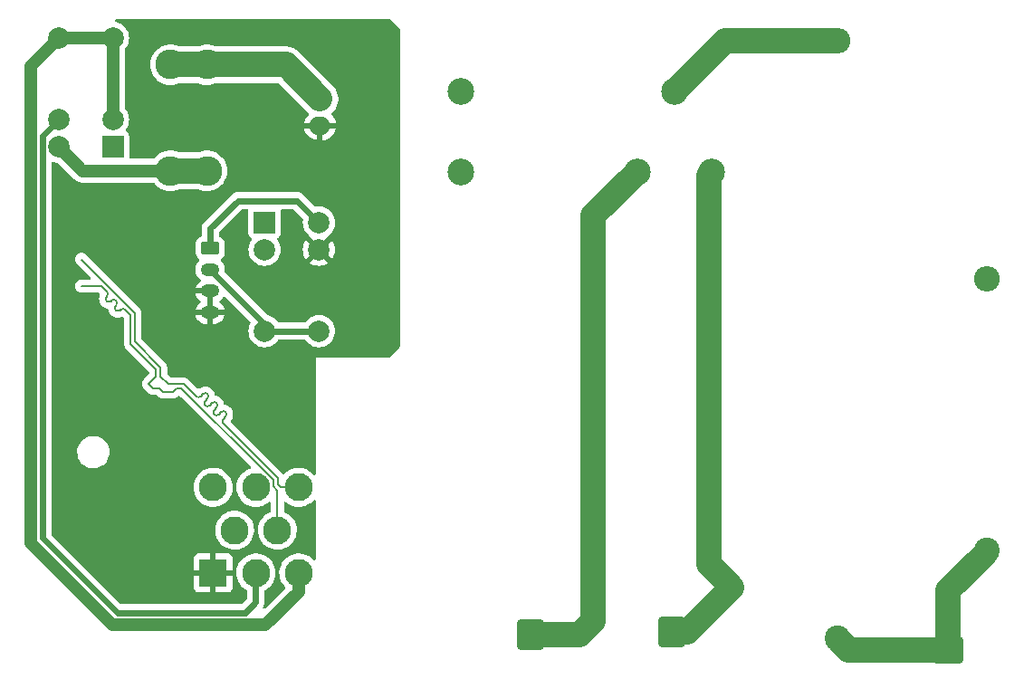
<source format=gbr>
%TF.GenerationSoftware,KiCad,Pcbnew,(6.0.7)*%
%TF.CreationDate,2022-11-04T12:53:21-04:00*%
%TF.ProjectId,pacman_side_2,7061636d-616e-45f7-9369-64655f322e6b,rev?*%
%TF.SameCoordinates,Original*%
%TF.FileFunction,Copper,L1,Top*%
%TF.FilePolarity,Positive*%
%FSLAX46Y46*%
G04 Gerber Fmt 4.6, Leading zero omitted, Abs format (unit mm)*
G04 Created by KiCad (PCBNEW (6.0.7)) date 2022-11-04 12:53:21*
%MOMM*%
%LPD*%
G01*
G04 APERTURE LIST*
G04 Aperture macros list*
%AMRoundRect*
0 Rectangle with rounded corners*
0 $1 Rounding radius*
0 $2 $3 $4 $5 $6 $7 $8 $9 X,Y pos of 4 corners*
0 Add a 4 corners polygon primitive as box body*
4,1,4,$2,$3,$4,$5,$6,$7,$8,$9,$2,$3,0*
0 Add four circle primitives for the rounded corners*
1,1,$1+$1,$2,$3*
1,1,$1+$1,$4,$5*
1,1,$1+$1,$6,$7*
1,1,$1+$1,$8,$9*
0 Add four rect primitives between the rounded corners*
20,1,$1+$1,$2,$3,$4,$5,0*
20,1,$1+$1,$4,$5,$6,$7,0*
20,1,$1+$1,$6,$7,$8,$9,0*
20,1,$1+$1,$8,$9,$2,$3,0*%
G04 Aperture macros list end*
%TA.AperFunction,ComponentPad*%
%ADD10RoundRect,0.250000X-0.625000X0.350000X-0.625000X-0.350000X0.625000X-0.350000X0.625000X0.350000X0*%
%TD*%
%TA.AperFunction,ComponentPad*%
%ADD11O,1.750000X1.200000*%
%TD*%
%TA.AperFunction,ComponentPad*%
%ADD12R,2.000000X2.000000*%
%TD*%
%TA.AperFunction,ComponentPad*%
%ADD13C,2.000000*%
%TD*%
%TA.AperFunction,ComponentPad*%
%ADD14C,2.500000*%
%TD*%
%TA.AperFunction,ComponentPad*%
%ADD15C,2.780000*%
%TD*%
%TA.AperFunction,ComponentPad*%
%ADD16RoundRect,0.250000X1.150000X-0.980000X1.150000X0.980000X-1.150000X0.980000X-1.150000X-0.980000X0*%
%TD*%
%TA.AperFunction,ComponentPad*%
%ADD17RoundRect,0.250000X-0.750000X0.600000X-0.750000X-0.600000X0.750000X-0.600000X0.750000X0.600000X0*%
%TD*%
%TA.AperFunction,ComponentPad*%
%ADD18O,2.000000X1.700000*%
%TD*%
%TA.AperFunction,ComponentPad*%
%ADD19C,2.400000*%
%TD*%
%TA.AperFunction,ComponentPad*%
%ADD20O,2.400000X2.400000*%
%TD*%
%TA.AperFunction,ComponentPad*%
%ADD21RoundRect,0.250000X0.980000X1.150000X-0.980000X1.150000X-0.980000X-1.150000X0.980000X-1.150000X0*%
%TD*%
%TA.AperFunction,ComponentPad*%
%ADD22R,2.625000X2.625000*%
%TD*%
%TA.AperFunction,ComponentPad*%
%ADD23C,2.625000*%
%TD*%
%TA.AperFunction,ViaPad*%
%ADD24C,0.800000*%
%TD*%
%TA.AperFunction,Conductor*%
%ADD25C,2.400000*%
%TD*%
%TA.AperFunction,Conductor*%
%ADD26C,0.600000*%
%TD*%
%TA.AperFunction,Conductor*%
%ADD27C,0.200000*%
%TD*%
%TA.AperFunction,Conductor*%
%ADD28C,1.200000*%
%TD*%
G04 APERTURE END LIST*
D10*
%TO.P,J9,1,Pin_1*%
%TO.N,/AIR_B-*%
X107061000Y-84773000D03*
D11*
%TO.P,J9,2,Pin_2*%
%TO.N,/AIR_B+*%
X107061000Y-86773000D03*
%TO.P,J9,3,Pin_3*%
%TO.N,GND*%
X107061000Y-88773000D03*
%TO.P,J9,4,Pin_4*%
X107061000Y-90773000D03*
%TD*%
D12*
%TO.P,K3,1*%
%TO.N,unconnected-(K3-Pad1)*%
X97972500Y-75268500D03*
D13*
%TO.P,K3,2*%
%TO.N,+12V*%
X97972500Y-72728500D03*
%TO.P,K3,5*%
X97972500Y-65108500D03*
%TO.P,K3,6*%
X92892500Y-65108500D03*
%TO.P,K3,9*%
%TO.N,/BMS_FAN*%
X92892500Y-72728500D03*
%TO.P,K3,10*%
%TO.N,/FAN_OUT*%
X92892500Y-75268500D03*
%TD*%
D14*
%TO.P,K1,1*%
%TO.N,/INT-*%
X147000000Y-77621000D03*
%TO.P,K1,2*%
%TO.N,/AIR_B-*%
X130500000Y-70121000D03*
%TO.P,K1,5*%
%TO.N,Net-(K1-Pad5)*%
X150500000Y-70121000D03*
%TO.P,K1,9*%
%TO.N,Net-(D3-Pad2)*%
X130500000Y-77621000D03*
%TO.P,K1,10*%
%TO.N,/B+*%
X154000000Y-77621000D03*
%TD*%
D15*
%TO.P,F3,1*%
%TO.N,/FAN_OUT*%
X106765000Y-77521000D03*
X103365000Y-77521000D03*
%TO.P,F3,2*%
%TO.N,Net-(F3-Pad2)*%
X103365000Y-67601000D03*
X106765000Y-67601000D03*
%TD*%
D16*
%TO.P,J3,1,Pin_1*%
%TO.N,/INT+*%
X176065000Y-122311000D03*
%TD*%
D17*
%TO.P,J6,1,Pin_1*%
%TO.N,Net-(F3-Pad2)*%
X117340000Y-70811000D03*
D18*
%TO.P,J6,2,Pin_2*%
%TO.N,GND*%
X117340000Y-73311000D03*
%TD*%
D19*
%TO.P,R3,1*%
%TO.N,/INT+*%
X165735000Y-121285000D03*
D20*
%TO.P,R3,2*%
%TO.N,Net-(K1-Pad5)*%
X165735000Y-65405000D03*
%TD*%
D21*
%TO.P,J4,1,Pin_1*%
%TO.N,/B+*%
X150211000Y-120655000D03*
%TD*%
%TO.P,J5,1,Pin_1*%
%TO.N,/INT-*%
X137003000Y-120909000D03*
%TD*%
D12*
%TO.P,K2,1*%
%TO.N,unconnected-(K2-Pad1)*%
X112157500Y-82353500D03*
D13*
%TO.P,K2,2*%
%TO.N,/MAIN_CONT*%
X112157500Y-84893500D03*
%TO.P,K2,5*%
%TO.N,/AIR_B+*%
X112157500Y-92513500D03*
%TO.P,K2,6*%
X117237500Y-92513500D03*
%TO.P,K2,9*%
%TO.N,GND*%
X117237500Y-84893500D03*
%TO.P,K2,10*%
%TO.N,/AIR_B-*%
X117237500Y-82353500D03*
%TD*%
D22*
%TO.P,J1,1,Pin_1*%
%TO.N,GND*%
X107349000Y-115130000D03*
D23*
%TO.P,J1,2,Pin_2*%
%TO.N,/BMS_FAN*%
X111349000Y-115130000D03*
%TO.P,J1,3,Pin_3*%
%TO.N,+12V*%
X115349000Y-115130000D03*
%TO.P,J1,4,Pin_4*%
%TO.N,/PRECHARGE*%
X109349000Y-111130000D03*
%TO.P,J1,5,Pin_5*%
%TO.N,unconnected-(J1-Pad5)*%
X113349000Y-111130000D03*
%TO.P,J1,6,Pin_6*%
%TO.N,/AIR_B-*%
X107349000Y-107130000D03*
%TO.P,J1,7,Pin_7*%
%TO.N,/MAIN_CONT*%
X111349000Y-107130000D03*
%TO.P,J1,8,Pin_8*%
%TO.N,unconnected-(J1-Pad8)*%
X115349000Y-107130000D03*
%TD*%
D19*
%TO.P,R1,1*%
%TO.N,/INT+*%
X179705000Y-113030000D03*
D20*
%TO.P,R1,2*%
%TO.N,Net-(D1-Pad2)*%
X179705000Y-87630000D03*
%TD*%
D24*
%TO.N,GND*%
X123795000Y-78237000D03*
X119985000Y-82301000D03*
X121509000Y-80523000D03*
%TD*%
D25*
%TO.N,/INT-*%
X142875000Y-81746000D02*
X142875000Y-119650963D01*
X147000000Y-77621000D02*
X142875000Y-81746000D01*
X147000000Y-77621000D02*
X147000000Y-77626000D01*
X142875000Y-119650963D02*
X141616963Y-120909000D01*
X141616963Y-120909000D02*
X137003000Y-120909000D01*
D26*
%TO.N,/AIR_B+*%
X112157500Y-92513500D02*
X117237500Y-92513500D01*
X112157500Y-91869500D02*
X107061000Y-86773000D01*
X112157500Y-92513500D02*
X112157500Y-91869500D01*
D27*
%TO.N,unconnected-(J1-Pad5)*%
X98261229Y-90092892D02*
X98261230Y-90092891D01*
X97797224Y-89708369D02*
X97797223Y-89708370D01*
X112961011Y-106462282D02*
X112016718Y-105517989D01*
X102325140Y-97884400D02*
X101747100Y-97884400D01*
X101984599Y-96083798D02*
X101984599Y-96746901D01*
X103919060Y-97884400D02*
X103594540Y-98208920D01*
X99589999Y-90997396D02*
X99589999Y-93689198D01*
X97412701Y-89244364D02*
X97412702Y-89244363D01*
X98645752Y-90556897D02*
X98645751Y-90556898D01*
X98645751Y-90556898D02*
X98685493Y-90517155D01*
X96903603Y-88311000D02*
X97412702Y-88820099D01*
X104383120Y-97884400D02*
X103919060Y-97884400D01*
X97797223Y-89708370D02*
X97836965Y-89668627D01*
X99109757Y-90517155D02*
X99109758Y-90517155D01*
X112016718Y-105517989D02*
X112016709Y-105517989D01*
X97372959Y-89708369D02*
X97372959Y-89708370D01*
X101984599Y-96746901D02*
X101297100Y-97434400D01*
X113349000Y-111130000D02*
X113349000Y-107448199D01*
X95040000Y-88311000D02*
X96903603Y-88311000D01*
X112961011Y-107060210D02*
X112961011Y-106462282D01*
X113349000Y-107448199D02*
X112961011Y-107060210D01*
X101747100Y-97884400D02*
X101297100Y-97434400D01*
X97412702Y-89244363D02*
X97372959Y-89284105D01*
X112016709Y-105517989D02*
X104383120Y-97884400D01*
X98261229Y-89668627D02*
X98261230Y-89668627D01*
X98221487Y-90556897D02*
X98221487Y-90556898D01*
X103594540Y-98208920D02*
X102649660Y-98208920D01*
X99589999Y-93689198D02*
X101984599Y-96083798D01*
X98261230Y-90092891D02*
X98221487Y-90132633D01*
X102649660Y-98208920D02*
X102325140Y-97884400D01*
X99109758Y-90517155D02*
X99589999Y-90997396D01*
X97797233Y-89708378D02*
G75*
G02*
X97372959Y-89708370I-212133J212178D01*
G01*
X99109756Y-90517156D02*
G75*
G03*
X98685494Y-90517156I-212131J-212131D01*
G01*
X98261228Y-89668628D02*
G75*
G03*
X97836966Y-89668628I-212131J-212131D01*
G01*
X98261270Y-90092933D02*
G75*
G03*
X98261230Y-89668627I-212170J212133D01*
G01*
X97412669Y-89244332D02*
G75*
G03*
X97412701Y-88820100I-212069J212132D01*
G01*
X98645733Y-90556878D02*
G75*
G02*
X98221487Y-90556898I-212133J212078D01*
G01*
X97372996Y-89708332D02*
G75*
G02*
X97372959Y-89284105I212104J212132D01*
G01*
X98221452Y-90556932D02*
G75*
G02*
X98221487Y-90132633I212148J212132D01*
G01*
%TO.N,unconnected-(J1-Pad8)*%
X108085825Y-100089779D02*
X108085825Y-100089780D01*
X113411002Y-106275890D02*
X112203110Y-105067998D01*
X102434601Y-95897402D02*
X100040000Y-93502801D01*
X104569520Y-97434400D02*
X103122100Y-97434400D01*
X108291759Y-100732375D02*
X108291760Y-100732375D01*
X107443230Y-99883846D02*
X107443231Y-99883846D01*
X106388767Y-98392722D02*
X106170436Y-98611052D01*
X106594701Y-99035317D02*
X106594702Y-99035317D01*
X107237296Y-99241250D02*
X107237296Y-99241251D01*
X100040000Y-93502801D02*
X100040000Y-90811000D01*
X103122100Y-97434400D02*
X102434601Y-96746901D01*
X105746173Y-98611053D02*
X104569520Y-97434400D01*
X107443230Y-100308110D02*
X107443231Y-100308111D01*
X102434601Y-96746901D02*
X102434601Y-95897402D01*
X112203110Y-105067998D02*
X112203110Y-105067990D01*
X113411002Y-106873803D02*
X113411002Y-106275890D01*
X106594701Y-99459581D02*
X106594702Y-99459582D01*
X108085825Y-100089780D02*
X107867494Y-100308110D01*
X105746172Y-98611052D02*
X105746173Y-98611053D01*
X115349000Y-107130000D02*
X113667199Y-107130000D01*
X106388767Y-98392721D02*
X106388767Y-98392722D01*
X112203110Y-105067990D02*
X108291760Y-101156640D01*
X108291760Y-100732375D02*
X108510090Y-100514044D01*
X113667199Y-107130000D02*
X113411002Y-106873803D01*
X100040000Y-90811000D02*
X95040000Y-85811000D01*
X107237296Y-99241251D02*
X107018965Y-99459581D01*
X107443231Y-99883846D02*
X107661561Y-99665515D01*
X106594702Y-99035317D02*
X106813032Y-98816986D01*
X107237268Y-99241222D02*
G75*
G02*
X107661561Y-99241251I212132J-212178D01*
G01*
X106812986Y-98392768D02*
G75*
G02*
X106813032Y-98816986I-212086J-212132D01*
G01*
X107661544Y-99241268D02*
G75*
G02*
X107661561Y-99665515I-212144J-212132D01*
G01*
X108291752Y-100732368D02*
G75*
G03*
X108291760Y-101156640I212148J-212132D01*
G01*
X108085869Y-100089823D02*
G75*
G02*
X108510089Y-100089781I212131J-212077D01*
G01*
X108510101Y-100089769D02*
G75*
G02*
X108510089Y-100514043I-212101J-212131D01*
G01*
X106594652Y-99035268D02*
G75*
G03*
X106594702Y-99459582I212148J-212132D01*
G01*
X107443231Y-100308109D02*
G75*
G03*
X107867493Y-100308109I212131J212131D01*
G01*
X107443252Y-99883868D02*
G75*
G03*
X107443231Y-100308111I212148J-212132D01*
G01*
X106388768Y-98392722D02*
G75*
G02*
X106813032Y-98392722I212132J-212178D01*
G01*
X105746173Y-98611051D02*
G75*
G03*
X106170435Y-98611051I212131J212131D01*
G01*
X106594702Y-99459580D02*
G75*
G03*
X107018964Y-99459580I212131J212131D01*
G01*
D25*
%TO.N,/B+*%
X151642304Y-120655000D02*
X155824962Y-116472342D01*
X155575000Y-116205000D02*
X153670000Y-114300000D01*
X153670000Y-77951000D02*
X154000000Y-77621000D01*
X150211000Y-120655000D02*
X151642304Y-120655000D01*
X153670000Y-114300000D02*
X153670000Y-77951000D01*
D28*
%TO.N,+12V*%
X92892500Y-65108500D02*
X97972500Y-65108500D01*
X97972500Y-65108500D02*
X97972500Y-72728500D01*
X115315000Y-115061000D02*
X115315000Y-116917155D01*
X90293469Y-67707531D02*
X92892500Y-65108500D01*
X90293469Y-112330425D02*
X90293469Y-67707531D01*
X115315000Y-116917155D02*
X112255635Y-119976520D01*
X97939564Y-119976520D02*
X90293469Y-112330425D01*
X112255635Y-119976520D02*
X97939564Y-119976520D01*
D26*
%TO.N,/AIR_B-*%
X117237500Y-82353500D02*
X115195000Y-80311000D01*
X107061000Y-82931000D02*
X107061000Y-84773000D01*
X109681000Y-80311000D02*
X107061000Y-82931000D01*
X115195000Y-80311000D02*
X109681000Y-80311000D01*
D25*
%TO.N,/INT+*%
X176065000Y-116797000D02*
X179410000Y-113452000D01*
X176065000Y-122311000D02*
X166761000Y-122311000D01*
X166761000Y-122311000D02*
X165735000Y-121285000D01*
X176065000Y-122311000D02*
X176065000Y-118915000D01*
X176065000Y-122311000D02*
X176065000Y-116797000D01*
%TO.N,Net-(K1-Pad5)*%
X155216000Y-65405000D02*
X165735000Y-65405000D01*
X150500000Y-70121000D02*
X155216000Y-65405000D01*
%TO.N,Net-(F3-Pad2)*%
X114130000Y-67601000D02*
X117340000Y-70811000D01*
X103365000Y-67601000D02*
X106765000Y-67601000D01*
X106765000Y-67601000D02*
X114130000Y-67601000D01*
%TO.N,/FAN_OUT*%
X106765000Y-77521000D02*
X103365000Y-77521000D01*
D28*
X92892500Y-75268500D02*
X95145000Y-77521000D01*
X95145000Y-77521000D02*
X103365000Y-77521000D01*
D26*
%TO.N,/BMS_FAN*%
X91392989Y-111874989D02*
X91392989Y-74228011D01*
X111315000Y-115061000D02*
X111315000Y-117895000D01*
X91392989Y-74228011D02*
X92892500Y-72728500D01*
X110333000Y-118877000D02*
X98395000Y-118877000D01*
X98395000Y-118877000D02*
X91392989Y-111874989D01*
X111315000Y-117895000D02*
X110333000Y-118877000D01*
%TD*%
%TA.AperFunction,Conductor*%
%TO.N,GND*%
G36*
X123929528Y-63373622D02*
G01*
X123950566Y-63390566D01*
X124774095Y-64214095D01*
X124808121Y-64276407D01*
X124811000Y-64303190D01*
X124811000Y-93948810D01*
X124790998Y-94016931D01*
X124774095Y-94037905D01*
X123847905Y-94964095D01*
X123785593Y-94998121D01*
X123758810Y-95001000D01*
X116937000Y-95001000D01*
X116937000Y-105839483D01*
X116916998Y-105907604D01*
X116863342Y-105954097D01*
X116793068Y-105964201D01*
X116728488Y-105934707D01*
X116712049Y-105917488D01*
X116704258Y-105907604D01*
X116695347Y-105896301D01*
X116498206Y-105710849D01*
X116372252Y-105623471D01*
X116279657Y-105559236D01*
X116279652Y-105559233D01*
X116275819Y-105556574D01*
X116227716Y-105532852D01*
X116037259Y-105438929D01*
X116037256Y-105438928D01*
X116033071Y-105436864D01*
X115974847Y-105418226D01*
X115779741Y-105355772D01*
X115779743Y-105355772D01*
X115775296Y-105354349D01*
X115586316Y-105323572D01*
X115512768Y-105311594D01*
X115512767Y-105311594D01*
X115508156Y-105310843D01*
X115372837Y-105309071D01*
X115242196Y-105307361D01*
X115242193Y-105307361D01*
X115237519Y-105307300D01*
X114969331Y-105343799D01*
X114964845Y-105345107D01*
X114964843Y-105345107D01*
X114933135Y-105354349D01*
X114709484Y-105419537D01*
X114463686Y-105532852D01*
X114459777Y-105535415D01*
X114241250Y-105678687D01*
X114241245Y-105678691D01*
X114237337Y-105681253D01*
X114035409Y-105861480D01*
X114034585Y-105860557D01*
X113977751Y-105892887D01*
X113906858Y-105889056D01*
X113857167Y-105852980D01*
X113855854Y-105854293D01*
X113850018Y-105848457D01*
X113844989Y-105841903D01*
X113838434Y-105836873D01*
X113819623Y-105822438D01*
X113807232Y-105811571D01*
X112667451Y-104671790D01*
X112656592Y-104659409D01*
X112637097Y-104634003D01*
X112630542Y-104628973D01*
X112611731Y-104614538D01*
X112599340Y-104603671D01*
X109024058Y-101028389D01*
X108990032Y-100966077D01*
X108995097Y-100895262D01*
X109015762Y-100859350D01*
X109053052Y-100813922D01*
X109056975Y-100809143D01*
X109141358Y-100651307D01*
X109193324Y-100480040D01*
X109193930Y-100473890D01*
X109193931Y-100473885D01*
X109210267Y-100308086D01*
X109210874Y-100301926D01*
X109193334Y-100123810D01*
X109141378Y-99952540D01*
X109057004Y-99794699D01*
X109053075Y-99789912D01*
X108960881Y-99677586D01*
X108958321Y-99674361D01*
X108956354Y-99671799D01*
X108944047Y-99655762D01*
X108925041Y-99641180D01*
X108921813Y-99638619D01*
X108809880Y-99546773D01*
X108805097Y-99542848D01*
X108647264Y-99458500D01*
X108476007Y-99406567D01*
X108459449Y-99404938D01*
X108393617Y-99378363D01*
X108352601Y-99320412D01*
X108346396Y-99291897D01*
X108345365Y-99281436D01*
X108344759Y-99275281D01*
X108292811Y-99104042D01*
X108208458Y-98946226D01*
X108113147Y-98830085D01*
X108110755Y-98827068D01*
X108110751Y-98827071D01*
X108110734Y-98827049D01*
X108110509Y-98826757D01*
X108110503Y-98826750D01*
X108110472Y-98826709D01*
X108095561Y-98807276D01*
X108076560Y-98792695D01*
X108073337Y-98790137D01*
X107961412Y-98698277D01*
X107956625Y-98694348D01*
X107906224Y-98667405D01*
X107804262Y-98612899D01*
X107804260Y-98612898D01*
X107798803Y-98609981D01*
X107660397Y-98567988D01*
X107633473Y-98559819D01*
X107633471Y-98559819D01*
X107627556Y-98558024D01*
X107621399Y-98557417D01*
X107621398Y-98557417D01*
X107610876Y-98556380D01*
X107545046Y-98529792D01*
X107504041Y-98471835D01*
X107497844Y-98443354D01*
X107497797Y-98442881D01*
X107496203Y-98426712D01*
X107493889Y-98419084D01*
X107446033Y-98261385D01*
X107446032Y-98261382D01*
X107444238Y-98255471D01*
X107359863Y-98097658D01*
X107265310Y-97982469D01*
X107262748Y-97979242D01*
X107246972Y-97958687D01*
X107246971Y-97958686D01*
X107243702Y-97956178D01*
X107243695Y-97956172D01*
X107227983Y-97944119D01*
X107224753Y-97941556D01*
X107112822Y-97849715D01*
X107112818Y-97849712D01*
X107108034Y-97845787D01*
X107024236Y-97801004D01*
X106955678Y-97764364D01*
X106955674Y-97764362D01*
X106950217Y-97761446D01*
X106944295Y-97759650D01*
X106944293Y-97759649D01*
X106784902Y-97711305D01*
X106784898Y-97711304D01*
X106778979Y-97709509D01*
X106772819Y-97708902D01*
X106772817Y-97708902D01*
X106607064Y-97692579D01*
X106600900Y-97691972D01*
X106594736Y-97692579D01*
X106428983Y-97708902D01*
X106428981Y-97708902D01*
X106422821Y-97709509D01*
X106416902Y-97711304D01*
X106416898Y-97711305D01*
X106257507Y-97759649D01*
X106257505Y-97759650D01*
X106251583Y-97761446D01*
X106246126Y-97764362D01*
X106246122Y-97764364D01*
X106177564Y-97801004D01*
X106093766Y-97845787D01*
X106088982Y-97849712D01*
X106088978Y-97849715D01*
X106043449Y-97887073D01*
X105978099Y-97914820D01*
X105908122Y-97902832D01*
X105874430Y-97878761D01*
X105033835Y-97038166D01*
X105022968Y-97025775D01*
X105008533Y-97006963D01*
X105003507Y-97000413D01*
X104971595Y-96975926D01*
X104971592Y-96975923D01*
X104876396Y-96902876D01*
X104728371Y-96841562D01*
X104720184Y-96840484D01*
X104720183Y-96840484D01*
X104708978Y-96839009D01*
X104677782Y-96834902D01*
X104609405Y-96825900D01*
X104609402Y-96825900D01*
X104609394Y-96825899D01*
X104577709Y-96821728D01*
X104569520Y-96820650D01*
X104537827Y-96824822D01*
X104521384Y-96825900D01*
X103426339Y-96825900D01*
X103358218Y-96805898D01*
X103337244Y-96788995D01*
X103080006Y-96531757D01*
X103045980Y-96469445D01*
X103043101Y-96442662D01*
X103043101Y-95945538D01*
X103044179Y-95929092D01*
X103047273Y-95905590D01*
X103048351Y-95897402D01*
X103043101Y-95857524D01*
X103043101Y-95857517D01*
X103027439Y-95738552D01*
X102966125Y-95590527D01*
X102966125Y-95590526D01*
X102893078Y-95495330D01*
X102893075Y-95495327D01*
X102868588Y-95463415D01*
X102862033Y-95458385D01*
X102843222Y-95443950D01*
X102830831Y-95433083D01*
X100685405Y-93287657D01*
X100651379Y-93225345D01*
X100648500Y-93198562D01*
X100648500Y-91040399D01*
X105710712Y-91040399D01*
X105732194Y-91129537D01*
X105736083Y-91140832D01*
X105818629Y-91322382D01*
X105824576Y-91332724D01*
X105939968Y-91495397D01*
X105947761Y-91504425D01*
X106091831Y-91642342D01*
X106101196Y-91649738D01*
X106268741Y-91757921D01*
X106279345Y-91763417D01*
X106464312Y-91837961D01*
X106475770Y-91841355D01*
X106672928Y-91879857D01*
X106681791Y-91880934D01*
X106684500Y-91881000D01*
X106788885Y-91881000D01*
X106804124Y-91876525D01*
X106805329Y-91875135D01*
X106807000Y-91867452D01*
X106807000Y-91862885D01*
X107315000Y-91862885D01*
X107319475Y-91878124D01*
X107320865Y-91879329D01*
X107328548Y-91881000D01*
X107385832Y-91881000D01*
X107391808Y-91880715D01*
X107540494Y-91866529D01*
X107552228Y-91864270D01*
X107743599Y-91808128D01*
X107754675Y-91803698D01*
X107931978Y-91712381D01*
X107942024Y-91705931D01*
X108098857Y-91582738D01*
X108107506Y-91574501D01*
X108238212Y-91423877D01*
X108245147Y-91414153D01*
X108345010Y-91241533D01*
X108349984Y-91230669D01*
X108415407Y-91042273D01*
X108415648Y-91041284D01*
X108414180Y-91030992D01*
X108400615Y-91027000D01*
X107333115Y-91027000D01*
X107317876Y-91031475D01*
X107316671Y-91032865D01*
X107315000Y-91040548D01*
X107315000Y-91862885D01*
X106807000Y-91862885D01*
X106807000Y-91045115D01*
X106802525Y-91029876D01*
X106801135Y-91028671D01*
X106793452Y-91027000D01*
X105725598Y-91027000D01*
X105712067Y-91030973D01*
X105710712Y-91040399D01*
X100648500Y-91040399D01*
X100648500Y-90859136D01*
X100649578Y-90842690D01*
X100652672Y-90819188D01*
X100653750Y-90811000D01*
X100648500Y-90771120D01*
X100648500Y-90771115D01*
X100632838Y-90652150D01*
X100621361Y-90624442D01*
X100571769Y-90504716D01*
X105706352Y-90504716D01*
X105707820Y-90515008D01*
X105721385Y-90519000D01*
X106788885Y-90519000D01*
X106804124Y-90514525D01*
X106805329Y-90513135D01*
X106807000Y-90505452D01*
X106807000Y-89045115D01*
X106802525Y-89029876D01*
X106801135Y-89028671D01*
X106793452Y-89027000D01*
X105725598Y-89027000D01*
X105712067Y-89030973D01*
X105710712Y-89040399D01*
X105732194Y-89129537D01*
X105736083Y-89140832D01*
X105818629Y-89322382D01*
X105824576Y-89332724D01*
X105939968Y-89495397D01*
X105947761Y-89504425D01*
X106091831Y-89642342D01*
X106101201Y-89649742D01*
X106129021Y-89667705D01*
X106175399Y-89721460D01*
X106185353Y-89791756D01*
X106155722Y-89856273D01*
X106138507Y-89872643D01*
X106023143Y-89963262D01*
X106014494Y-89971499D01*
X105883788Y-90122123D01*
X105876853Y-90131847D01*
X105776990Y-90304467D01*
X105772016Y-90315331D01*
X105706593Y-90503727D01*
X105706352Y-90504716D01*
X100571769Y-90504716D01*
X100571524Y-90504124D01*
X100498478Y-90408929D01*
X100498474Y-90408925D01*
X100483793Y-90389792D01*
X100479016Y-90383566D01*
X100479013Y-90383563D01*
X100473987Y-90377013D01*
X100467432Y-90371983D01*
X100448621Y-90357548D01*
X100436230Y-90346681D01*
X96808153Y-86718604D01*
X105673787Y-86718604D01*
X105683567Y-86929899D01*
X105733125Y-87135534D01*
X105820674Y-87328087D01*
X105943054Y-87500611D01*
X106095850Y-87646881D01*
X106100881Y-87650130D01*
X106100888Y-87650135D01*
X106128607Y-87668033D01*
X106174984Y-87721789D01*
X106184937Y-87792085D01*
X106155304Y-87856602D01*
X106138091Y-87872970D01*
X106023143Y-87963262D01*
X106014494Y-87971499D01*
X105883788Y-88122123D01*
X105876853Y-88131847D01*
X105776990Y-88304467D01*
X105772016Y-88315331D01*
X105706593Y-88503727D01*
X105706352Y-88504716D01*
X105707820Y-88515008D01*
X105721385Y-88519000D01*
X107189000Y-88519000D01*
X107257121Y-88539002D01*
X107303614Y-88592658D01*
X107315000Y-88645000D01*
X107315000Y-90500885D01*
X107319475Y-90516124D01*
X107320865Y-90517329D01*
X107328548Y-90519000D01*
X108396402Y-90519000D01*
X108409933Y-90515027D01*
X108411288Y-90505601D01*
X108389806Y-90416463D01*
X108385917Y-90405168D01*
X108303371Y-90223618D01*
X108297424Y-90213276D01*
X108182032Y-90050603D01*
X108174239Y-90041575D01*
X108030169Y-89903658D01*
X108020799Y-89896258D01*
X107992979Y-89878295D01*
X107946601Y-89824540D01*
X107936647Y-89754244D01*
X107966278Y-89689727D01*
X107983493Y-89673357D01*
X108098857Y-89582738D01*
X108107506Y-89574501D01*
X108238212Y-89423877D01*
X108245144Y-89414157D01*
X108277932Y-89357482D01*
X108329358Y-89308534D01*
X108399083Y-89295159D01*
X108464971Y-89321604D01*
X108476091Y-89331483D01*
X110800532Y-91655924D01*
X110834558Y-91718236D01*
X110829493Y-91789051D01*
X110818871Y-91810851D01*
X110811851Y-91822307D01*
X110811846Y-91822317D01*
X110809260Y-91826537D01*
X110807367Y-91831107D01*
X110807365Y-91831111D01*
X110720289Y-92041333D01*
X110718395Y-92045906D01*
X110662965Y-92276789D01*
X110644335Y-92513500D01*
X110662965Y-92750211D01*
X110718395Y-92981094D01*
X110809260Y-93200463D01*
X110811846Y-93204683D01*
X110930741Y-93398702D01*
X110930745Y-93398708D01*
X110933324Y-93402916D01*
X111087531Y-93583469D01*
X111268084Y-93737676D01*
X111272292Y-93740255D01*
X111272298Y-93740259D01*
X111448195Y-93848049D01*
X111470537Y-93861740D01*
X111475107Y-93863633D01*
X111475111Y-93863635D01*
X111680744Y-93948810D01*
X111689906Y-93952605D01*
X111770109Y-93971860D01*
X111915976Y-94006880D01*
X111915982Y-94006881D01*
X111920789Y-94008035D01*
X112157500Y-94026665D01*
X112394211Y-94008035D01*
X112399018Y-94006881D01*
X112399024Y-94006880D01*
X112544891Y-93971860D01*
X112625094Y-93952605D01*
X112634256Y-93948810D01*
X112839889Y-93863635D01*
X112839893Y-93863633D01*
X112844463Y-93861740D01*
X112866805Y-93848049D01*
X113042702Y-93740259D01*
X113042708Y-93740255D01*
X113046916Y-93737676D01*
X113227469Y-93583469D01*
X113381676Y-93402916D01*
X113394393Y-93382164D01*
X113447038Y-93334534D01*
X113501824Y-93322000D01*
X115893176Y-93322000D01*
X115961297Y-93342002D01*
X116000607Y-93382164D01*
X116013324Y-93402916D01*
X116167531Y-93583469D01*
X116348084Y-93737676D01*
X116352292Y-93740255D01*
X116352298Y-93740259D01*
X116528195Y-93848049D01*
X116550537Y-93861740D01*
X116555107Y-93863633D01*
X116555111Y-93863635D01*
X116760744Y-93948810D01*
X116769906Y-93952605D01*
X116850109Y-93971860D01*
X116995976Y-94006880D01*
X116995982Y-94006881D01*
X117000789Y-94008035D01*
X117237500Y-94026665D01*
X117474211Y-94008035D01*
X117479018Y-94006881D01*
X117479024Y-94006880D01*
X117624891Y-93971860D01*
X117705094Y-93952605D01*
X117714256Y-93948810D01*
X117919889Y-93863635D01*
X117919893Y-93863633D01*
X117924463Y-93861740D01*
X117946805Y-93848049D01*
X118122702Y-93740259D01*
X118122708Y-93740255D01*
X118126916Y-93737676D01*
X118307469Y-93583469D01*
X118461676Y-93402916D01*
X118464255Y-93398708D01*
X118464259Y-93398702D01*
X118583154Y-93204683D01*
X118585740Y-93200463D01*
X118676605Y-92981094D01*
X118732035Y-92750211D01*
X118750665Y-92513500D01*
X118732035Y-92276789D01*
X118676605Y-92045906D01*
X118674711Y-92041333D01*
X118587635Y-91831111D01*
X118587633Y-91831107D01*
X118585740Y-91826537D01*
X118571744Y-91803698D01*
X118464259Y-91628298D01*
X118464255Y-91628292D01*
X118461676Y-91624084D01*
X118307469Y-91443531D01*
X118126916Y-91289324D01*
X118122708Y-91286745D01*
X118122702Y-91286741D01*
X117928683Y-91167846D01*
X117924463Y-91165260D01*
X117919893Y-91163367D01*
X117919889Y-91163365D01*
X117709667Y-91076289D01*
X117709665Y-91076288D01*
X117705094Y-91074395D01*
X117583134Y-91045115D01*
X117479024Y-91020120D01*
X117479018Y-91020119D01*
X117474211Y-91018965D01*
X117237500Y-91000335D01*
X117000789Y-91018965D01*
X116995982Y-91020119D01*
X116995976Y-91020120D01*
X116891866Y-91045115D01*
X116769906Y-91074395D01*
X116765335Y-91076288D01*
X116765333Y-91076289D01*
X116555111Y-91163365D01*
X116555107Y-91163367D01*
X116550537Y-91165260D01*
X116546317Y-91167846D01*
X116352298Y-91286741D01*
X116352292Y-91286745D01*
X116348084Y-91289324D01*
X116167531Y-91443531D01*
X116164323Y-91447287D01*
X116055672Y-91574501D01*
X116013324Y-91624084D01*
X116000607Y-91644836D01*
X115947962Y-91692466D01*
X115893176Y-91705000D01*
X113501824Y-91705000D01*
X113433703Y-91684998D01*
X113394393Y-91644836D01*
X113381676Y-91624084D01*
X113339328Y-91574501D01*
X113230677Y-91447287D01*
X113227469Y-91443531D01*
X113046916Y-91289324D01*
X113042708Y-91286745D01*
X113042702Y-91286741D01*
X112848683Y-91167846D01*
X112844463Y-91165260D01*
X112839893Y-91163367D01*
X112839889Y-91163365D01*
X112629667Y-91076289D01*
X112629665Y-91076288D01*
X112625094Y-91074395D01*
X112503133Y-91045115D01*
X112502646Y-91044998D01*
X112442965Y-91011574D01*
X108468890Y-87037498D01*
X108434864Y-86975186D01*
X108433289Y-86930326D01*
X108448213Y-86827396D01*
X108438433Y-86616101D01*
X108388875Y-86410466D01*
X108378677Y-86388035D01*
X108312817Y-86243187D01*
X108301326Y-86217913D01*
X108178946Y-86045389D01*
X108174619Y-86041247D01*
X108174614Y-86041241D01*
X108083683Y-85954194D01*
X108048306Y-85892639D01*
X108051825Y-85821730D01*
X108093121Y-85763979D01*
X108104504Y-85756035D01*
X108160348Y-85721478D01*
X108285305Y-85596303D01*
X108292468Y-85584683D01*
X108374275Y-85451968D01*
X108374276Y-85451966D01*
X108378115Y-85445738D01*
X108407786Y-85356282D01*
X108431632Y-85284389D01*
X108431632Y-85284387D01*
X108433797Y-85277861D01*
X108435393Y-85262290D01*
X108444172Y-85176598D01*
X108444500Y-85173400D01*
X108444500Y-84372600D01*
X108433526Y-84266834D01*
X108412077Y-84202542D01*
X108379868Y-84106002D01*
X108377550Y-84099054D01*
X108284478Y-83948652D01*
X108159303Y-83823695D01*
X108122148Y-83800792D01*
X108014968Y-83734725D01*
X108014966Y-83734724D01*
X108008738Y-83730885D01*
X107955832Y-83713337D01*
X107897473Y-83672906D01*
X107870236Y-83607342D01*
X107869500Y-83593744D01*
X107869500Y-83318082D01*
X107889502Y-83249961D01*
X107906405Y-83228987D01*
X109978986Y-81156405D01*
X110041298Y-81122380D01*
X110068081Y-81119500D01*
X110528762Y-81119500D01*
X110596883Y-81139502D01*
X110643376Y-81193158D01*
X110654025Y-81259107D01*
X110649000Y-81305366D01*
X110649000Y-83401634D01*
X110655755Y-83463816D01*
X110706885Y-83600205D01*
X110794239Y-83716761D01*
X110910376Y-83803801D01*
X110910795Y-83804115D01*
X110910750Y-83804175D01*
X110957518Y-83851052D01*
X110972528Y-83920444D01*
X110947640Y-83986935D01*
X110942671Y-83993139D01*
X110936540Y-84000318D01*
X110933324Y-84004084D01*
X110930745Y-84008292D01*
X110930741Y-84008298D01*
X110811846Y-84202317D01*
X110809260Y-84206537D01*
X110807367Y-84211107D01*
X110807365Y-84211111D01*
X110740475Y-84372600D01*
X110718395Y-84425906D01*
X110662965Y-84656789D01*
X110644335Y-84893500D01*
X110662965Y-85130211D01*
X110664119Y-85135018D01*
X110664120Y-85135024D01*
X110679318Y-85198328D01*
X110718395Y-85361094D01*
X110720288Y-85365665D01*
X110720289Y-85365667D01*
X110807272Y-85575663D01*
X110809260Y-85580463D01*
X110811846Y-85584683D01*
X110930741Y-85778702D01*
X110930745Y-85778708D01*
X110933324Y-85782916D01*
X111087531Y-85963469D01*
X111268084Y-86117676D01*
X111272292Y-86120255D01*
X111272298Y-86120259D01*
X111418414Y-86209799D01*
X111470537Y-86241740D01*
X111475107Y-86243633D01*
X111475111Y-86243635D01*
X111685333Y-86330711D01*
X111689906Y-86332605D01*
X111770109Y-86351860D01*
X111915976Y-86386880D01*
X111915982Y-86386881D01*
X111920789Y-86388035D01*
X112157500Y-86406665D01*
X112394211Y-86388035D01*
X112399018Y-86386881D01*
X112399024Y-86386880D01*
X112544891Y-86351860D01*
X112625094Y-86332605D01*
X112629667Y-86330711D01*
X112839889Y-86243635D01*
X112839893Y-86243633D01*
X112844463Y-86241740D01*
X112896586Y-86209799D01*
X113033056Y-86126170D01*
X116369660Y-86126170D01*
X116375387Y-86133820D01*
X116546542Y-86238705D01*
X116555337Y-86243187D01*
X116765488Y-86330234D01*
X116774873Y-86333283D01*
X116996054Y-86386385D01*
X117005801Y-86387928D01*
X117232570Y-86405775D01*
X117242430Y-86405775D01*
X117469199Y-86387928D01*
X117478946Y-86386385D01*
X117700127Y-86333283D01*
X117709512Y-86330234D01*
X117919663Y-86243187D01*
X117928458Y-86238705D01*
X118095945Y-86136068D01*
X118105407Y-86125610D01*
X118101624Y-86116834D01*
X117250312Y-85265522D01*
X117236368Y-85257908D01*
X117234535Y-85258039D01*
X117227920Y-85262290D01*
X116376420Y-86113790D01*
X116369660Y-86126170D01*
X113033056Y-86126170D01*
X113042702Y-86120259D01*
X113042708Y-86120255D01*
X113046916Y-86117676D01*
X113227469Y-85963469D01*
X113381676Y-85782916D01*
X113384255Y-85778708D01*
X113384259Y-85778702D01*
X113503154Y-85584683D01*
X113505740Y-85580463D01*
X113507729Y-85575663D01*
X113594711Y-85365667D01*
X113594712Y-85365665D01*
X113596605Y-85361094D01*
X113635682Y-85198328D01*
X113650880Y-85135024D01*
X113650881Y-85135018D01*
X113652035Y-85130211D01*
X113670277Y-84898430D01*
X115725225Y-84898430D01*
X115743072Y-85125199D01*
X115744615Y-85134946D01*
X115797717Y-85356127D01*
X115800766Y-85365512D01*
X115887813Y-85575663D01*
X115892295Y-85584458D01*
X115994932Y-85751945D01*
X116005390Y-85761407D01*
X116014166Y-85757624D01*
X116865478Y-84906312D01*
X116871856Y-84894632D01*
X117601908Y-84894632D01*
X117602039Y-84896465D01*
X117606290Y-84903080D01*
X118457790Y-85754580D01*
X118470170Y-85761340D01*
X118477820Y-85755613D01*
X118582705Y-85584458D01*
X118587187Y-85575663D01*
X118674234Y-85365512D01*
X118677283Y-85356127D01*
X118730385Y-85134946D01*
X118731928Y-85125199D01*
X118749775Y-84898430D01*
X118749775Y-84888570D01*
X118731928Y-84661801D01*
X118730385Y-84652054D01*
X118677283Y-84430873D01*
X118674234Y-84421488D01*
X118587187Y-84211337D01*
X118582705Y-84202542D01*
X118480068Y-84035055D01*
X118469610Y-84025593D01*
X118460834Y-84029376D01*
X117609522Y-84880688D01*
X117601908Y-84894632D01*
X116871856Y-84894632D01*
X116873092Y-84892368D01*
X116872961Y-84890535D01*
X116868710Y-84883920D01*
X116017210Y-84032420D01*
X116004830Y-84025660D01*
X115997180Y-84031387D01*
X115892295Y-84202542D01*
X115887813Y-84211337D01*
X115800766Y-84421488D01*
X115797717Y-84430873D01*
X115744615Y-84652054D01*
X115743072Y-84661801D01*
X115725225Y-84888570D01*
X115725225Y-84898430D01*
X113670277Y-84898430D01*
X113670665Y-84893500D01*
X113652035Y-84656789D01*
X113596605Y-84425906D01*
X113574525Y-84372600D01*
X113507635Y-84211111D01*
X113507633Y-84211107D01*
X113505740Y-84206537D01*
X113503154Y-84202317D01*
X113384259Y-84008298D01*
X113384255Y-84008292D01*
X113381676Y-84004084D01*
X113378460Y-84000318D01*
X113372329Y-83993139D01*
X113343298Y-83928349D01*
X113353903Y-83858149D01*
X113400027Y-83805681D01*
X113404205Y-83804115D01*
X113520761Y-83716761D01*
X113608115Y-83600205D01*
X113659245Y-83463816D01*
X113666000Y-83401634D01*
X113666000Y-81305366D01*
X113660975Y-81259107D01*
X113673503Y-81189225D01*
X113721824Y-81137209D01*
X113786238Y-81119500D01*
X114807918Y-81119500D01*
X114876039Y-81139502D01*
X114897013Y-81156405D01*
X115715223Y-81974615D01*
X115749249Y-82036927D01*
X115748646Y-82093126D01*
X115742965Y-82116789D01*
X115724335Y-82353500D01*
X115742965Y-82590211D01*
X115744119Y-82595018D01*
X115744120Y-82595024D01*
X115777261Y-82733065D01*
X115798395Y-82821094D01*
X115800288Y-82825665D01*
X115800289Y-82825667D01*
X115837880Y-82916419D01*
X115889260Y-83040463D01*
X115891846Y-83044683D01*
X116010741Y-83238702D01*
X116010745Y-83238708D01*
X116013324Y-83242916D01*
X116167531Y-83423469D01*
X116171287Y-83426677D01*
X116171292Y-83426682D01*
X116324116Y-83557206D01*
X116362926Y-83616656D01*
X116365140Y-83651058D01*
X116373377Y-83670167D01*
X117224688Y-84521478D01*
X117238632Y-84529092D01*
X117240465Y-84528961D01*
X117247080Y-84524710D01*
X118098580Y-83673210D01*
X118107760Y-83656398D01*
X118121520Y-83593150D01*
X118150276Y-83557725D01*
X118303713Y-83426677D01*
X118307469Y-83423469D01*
X118461676Y-83242916D01*
X118464255Y-83238708D01*
X118464259Y-83238702D01*
X118583154Y-83044683D01*
X118585740Y-83040463D01*
X118637121Y-82916419D01*
X118674711Y-82825667D01*
X118674712Y-82825665D01*
X118676605Y-82821094D01*
X118697739Y-82733065D01*
X118730880Y-82595024D01*
X118730881Y-82595018D01*
X118732035Y-82590211D01*
X118750665Y-82353500D01*
X118732035Y-82116789D01*
X118730880Y-82111974D01*
X118677760Y-81890718D01*
X118676605Y-81885906D01*
X118585740Y-81666537D01*
X118583154Y-81662317D01*
X118464259Y-81468298D01*
X118464255Y-81468292D01*
X118461676Y-81464084D01*
X118307469Y-81283531D01*
X118126916Y-81129324D01*
X118122708Y-81126745D01*
X118122702Y-81126741D01*
X117928683Y-81007846D01*
X117924463Y-81005260D01*
X117919893Y-81003367D01*
X117919889Y-81003365D01*
X117709667Y-80916289D01*
X117709665Y-80916288D01*
X117705094Y-80914395D01*
X117624891Y-80895140D01*
X117479024Y-80860120D01*
X117479018Y-80860119D01*
X117474211Y-80858965D01*
X117237500Y-80840335D01*
X117000789Y-80858965D01*
X116977126Y-80864646D01*
X116906219Y-80861101D01*
X116858615Y-80831223D01*
X115773235Y-79745843D01*
X115772307Y-79744906D01*
X115714157Y-79685525D01*
X115714156Y-79685524D01*
X115709229Y-79680493D01*
X115672779Y-79657002D01*
X115662454Y-79649583D01*
X115628557Y-79622524D01*
X115598362Y-79607927D01*
X115584945Y-79600398D01*
X115582942Y-79599107D01*
X115556762Y-79582235D01*
X115550145Y-79579827D01*
X115550140Y-79579824D01*
X115516027Y-79567408D01*
X115504284Y-79562447D01*
X115471597Y-79546646D01*
X115471592Y-79546644D01*
X115465251Y-79543579D01*
X115458393Y-79541996D01*
X115458391Y-79541995D01*
X115432574Y-79536035D01*
X115417831Y-79531668D01*
X115386315Y-79520197D01*
X115379325Y-79519314D01*
X115379317Y-79519312D01*
X115343299Y-79514762D01*
X115330747Y-79512526D01*
X115295386Y-79504362D01*
X115295383Y-79504362D01*
X115288515Y-79502776D01*
X115281469Y-79502751D01*
X115281466Y-79502751D01*
X115247944Y-79502634D01*
X115247062Y-79502605D01*
X115246231Y-79502500D01*
X115209581Y-79502500D01*
X115209141Y-79502499D01*
X115110657Y-79502155D01*
X115110652Y-79502155D01*
X115107130Y-79502143D01*
X115105930Y-79502411D01*
X115104293Y-79502500D01*
X109690260Y-79502500D01*
X109688941Y-79502493D01*
X109598779Y-79501549D01*
X109591893Y-79503038D01*
X109591891Y-79503038D01*
X109585768Y-79504362D01*
X109556403Y-79510711D01*
X109543837Y-79512769D01*
X109500745Y-79517603D01*
X109494094Y-79519919D01*
X109494090Y-79519920D01*
X109469070Y-79528633D01*
X109454257Y-79532796D01*
X109421490Y-79539881D01*
X109382189Y-79558207D01*
X109370406Y-79562992D01*
X109329448Y-79577255D01*
X109315370Y-79586052D01*
X109301016Y-79595021D01*
X109287499Y-79602360D01*
X109263481Y-79613560D01*
X109263477Y-79613562D01*
X109257098Y-79616537D01*
X109251534Y-79620853D01*
X109251532Y-79620854D01*
X109222840Y-79643109D01*
X109212385Y-79650403D01*
X109175624Y-79673374D01*
X109170627Y-79678336D01*
X109170626Y-79678337D01*
X109146821Y-79701976D01*
X109146196Y-79702561D01*
X109145530Y-79703078D01*
X109119540Y-79729068D01*
X109046918Y-79801185D01*
X109046260Y-79802222D01*
X109045157Y-79803451D01*
X106495842Y-82352766D01*
X106494905Y-82353694D01*
X106430493Y-82416771D01*
X106407002Y-82453221D01*
X106399583Y-82463546D01*
X106372524Y-82497443D01*
X106369459Y-82503784D01*
X106369458Y-82503785D01*
X106357928Y-82527637D01*
X106350399Y-82541054D01*
X106332235Y-82569238D01*
X106329827Y-82575855D01*
X106329824Y-82575860D01*
X106317408Y-82609973D01*
X106312447Y-82621716D01*
X106296646Y-82654403D01*
X106296644Y-82654408D01*
X106293579Y-82660749D01*
X106291996Y-82667607D01*
X106291995Y-82667609D01*
X106286035Y-82693426D01*
X106281668Y-82708169D01*
X106270197Y-82739685D01*
X106269314Y-82746675D01*
X106269312Y-82746683D01*
X106264762Y-82782701D01*
X106262526Y-82795253D01*
X106252776Y-82837485D01*
X106252751Y-82844531D01*
X106252751Y-82844534D01*
X106252634Y-82878056D01*
X106252605Y-82878938D01*
X106252500Y-82879769D01*
X106252500Y-82916572D01*
X106252143Y-83018870D01*
X106252411Y-83020070D01*
X106252500Y-83021707D01*
X106252500Y-83593803D01*
X106232498Y-83661924D01*
X106178842Y-83708417D01*
X106166377Y-83713326D01*
X106118998Y-83729133D01*
X106118996Y-83729134D01*
X106112054Y-83731450D01*
X105961652Y-83824522D01*
X105956479Y-83829704D01*
X105929667Y-83856563D01*
X105836695Y-83949697D01*
X105832855Y-83955927D01*
X105832854Y-83955928D01*
X105785704Y-84032420D01*
X105743885Y-84100262D01*
X105688203Y-84268139D01*
X105677500Y-84372600D01*
X105677500Y-85173400D01*
X105677837Y-85176646D01*
X105677837Y-85176650D01*
X105682033Y-85217084D01*
X105688474Y-85279166D01*
X105744450Y-85446946D01*
X105837522Y-85597348D01*
X105962697Y-85722305D01*
X105968927Y-85726145D01*
X105968928Y-85726146D01*
X106014236Y-85754074D01*
X106061729Y-85806846D01*
X106073153Y-85876918D01*
X106044879Y-85942042D01*
X106025955Y-85960418D01*
X106018080Y-85966604D01*
X106014148Y-85971135D01*
X106014145Y-85971138D01*
X105945474Y-86050275D01*
X105879448Y-86126363D01*
X105876448Y-86131549D01*
X105876445Y-86131553D01*
X105811863Y-86243187D01*
X105773527Y-86309454D01*
X105704139Y-86509271D01*
X105673787Y-86718604D01*
X96808153Y-86718604D01*
X95442072Y-85352523D01*
X95388276Y-85311243D01*
X95353429Y-85284504D01*
X95353426Y-85284502D01*
X95346876Y-85279476D01*
X95198851Y-85218162D01*
X95190664Y-85217084D01*
X95190663Y-85217084D01*
X95048189Y-85198328D01*
X95040000Y-85197250D01*
X95031811Y-85198328D01*
X94889338Y-85217084D01*
X94889337Y-85217084D01*
X94881150Y-85218162D01*
X94873523Y-85221321D01*
X94873520Y-85221322D01*
X94740752Y-85276316D01*
X94740750Y-85276317D01*
X94733124Y-85279476D01*
X94606013Y-85377013D01*
X94508476Y-85504124D01*
X94447162Y-85652149D01*
X94446084Y-85660336D01*
X94446084Y-85660337D01*
X94432779Y-85761407D01*
X94426250Y-85811000D01*
X94447162Y-85969851D01*
X94508476Y-86117876D01*
X94513503Y-86124427D01*
X94513504Y-86124429D01*
X94514840Y-86126170D01*
X94581523Y-86213072D01*
X95855856Y-87487405D01*
X95889882Y-87549717D01*
X95884817Y-87620532D01*
X95842270Y-87677368D01*
X95775750Y-87702179D01*
X95766761Y-87702500D01*
X95000115Y-87702500D01*
X94881150Y-87718162D01*
X94733125Y-87779476D01*
X94716693Y-87792085D01*
X94612566Y-87871984D01*
X94612563Y-87871987D01*
X94606013Y-87877013D01*
X94508476Y-88004124D01*
X94505317Y-88011750D01*
X94505316Y-88011752D01*
X94455572Y-88131847D01*
X94447162Y-88152150D01*
X94426249Y-88311000D01*
X94447162Y-88469850D01*
X94508476Y-88617875D01*
X94606013Y-88744987D01*
X94733125Y-88842524D01*
X94881150Y-88903838D01*
X95000115Y-88919500D01*
X96599364Y-88919500D01*
X96667485Y-88939502D01*
X96688459Y-88956405D01*
X96723431Y-88991377D01*
X96757457Y-89053689D01*
X96752392Y-89124504D01*
X96745465Y-89139854D01*
X96741678Y-89146940D01*
X96689748Y-89318190D01*
X96672224Y-89496280D01*
X96672831Y-89502438D01*
X96672831Y-89502443D01*
X96689122Y-89667705D01*
X96689779Y-89674367D01*
X96691573Y-89680280D01*
X96691574Y-89680284D01*
X96714016Y-89754244D01*
X96741739Y-89845607D01*
X96826108Y-90003421D01*
X96830039Y-90008210D01*
X96920815Y-90118807D01*
X96923381Y-90122040D01*
X96938972Y-90142357D01*
X96938987Y-90142368D01*
X96939001Y-90142387D01*
X96946046Y-90147792D01*
X96946048Y-90147794D01*
X96958008Y-90156970D01*
X96961238Y-90159533D01*
X97077939Y-90255296D01*
X97083395Y-90258212D01*
X97083398Y-90258214D01*
X97130102Y-90283175D01*
X97235758Y-90339645D01*
X97241684Y-90341442D01*
X97241685Y-90341443D01*
X97294779Y-90357548D01*
X97406999Y-90391588D01*
X97413155Y-90392194D01*
X97413158Y-90392195D01*
X97423548Y-90393218D01*
X97489380Y-90419800D01*
X97530390Y-90477755D01*
X97536592Y-90506272D01*
X97537615Y-90516673D01*
X97537616Y-90516678D01*
X97538222Y-90522835D01*
X97540017Y-90528755D01*
X97540018Y-90528758D01*
X97579923Y-90660338D01*
X97590163Y-90694104D01*
X97674521Y-90851947D01*
X97771244Y-90969815D01*
X97773790Y-90973023D01*
X97787484Y-90990870D01*
X97787495Y-90990878D01*
X97787500Y-90990885D01*
X97794910Y-90996571D01*
X97806541Y-91005496D01*
X97809769Y-91008059D01*
X97926432Y-91103806D01*
X97974571Y-91129537D01*
X98078809Y-91185255D01*
X98078813Y-91185257D01*
X98084269Y-91188173D01*
X98090191Y-91189969D01*
X98090195Y-91189971D01*
X98249612Y-91238326D01*
X98249615Y-91238327D01*
X98255534Y-91240122D01*
X98303169Y-91244812D01*
X98427485Y-91257052D01*
X98427488Y-91257052D01*
X98433643Y-91257658D01*
X98516984Y-91249445D01*
X98605595Y-91240713D01*
X98605599Y-91240712D01*
X98611750Y-91240106D01*
X98783010Y-91188140D01*
X98789979Y-91184414D01*
X98790860Y-91184230D01*
X98794187Y-91182852D01*
X98794448Y-91183483D01*
X98859483Y-91169932D01*
X98925782Y-91195325D01*
X98938486Y-91206432D01*
X98944594Y-91212540D01*
X98978620Y-91274852D01*
X98981499Y-91301635D01*
X98981499Y-93641062D01*
X98980421Y-93657505D01*
X98976249Y-93689198D01*
X98981499Y-93729078D01*
X98981499Y-93729083D01*
X98994608Y-93828655D01*
X98997161Y-93848049D01*
X99058475Y-93996074D01*
X99063502Y-94002625D01*
X99063503Y-94002627D01*
X99131519Y-94091267D01*
X99131525Y-94091273D01*
X99156012Y-94123185D01*
X99162567Y-94128215D01*
X99181378Y-94142650D01*
X99193769Y-94153517D01*
X101339194Y-96298942D01*
X101373220Y-96361254D01*
X101376099Y-96388037D01*
X101376099Y-96442662D01*
X101356097Y-96510783D01*
X101339194Y-96531757D01*
X100900870Y-96970081D01*
X100888479Y-96980948D01*
X100869662Y-96995387D01*
X100869659Y-96995390D01*
X100863113Y-97000413D01*
X100838625Y-97032326D01*
X100838623Y-97032328D01*
X100765576Y-97127524D01*
X100704262Y-97275549D01*
X100683350Y-97434400D01*
X100704262Y-97593251D01*
X100707422Y-97600879D01*
X100753162Y-97711305D01*
X100765576Y-97741276D01*
X100815893Y-97806849D01*
X100863113Y-97868387D01*
X100869659Y-97873410D01*
X100869662Y-97873413D01*
X100888479Y-97887852D01*
X100900870Y-97898719D01*
X101282785Y-98280634D01*
X101293652Y-98293025D01*
X101313113Y-98318387D01*
X101345025Y-98342874D01*
X101345028Y-98342877D01*
X101440224Y-98415924D01*
X101588249Y-98477238D01*
X101596436Y-98478316D01*
X101596437Y-98478316D01*
X101607642Y-98479791D01*
X101638838Y-98483898D01*
X101707215Y-98492900D01*
X101707218Y-98492900D01*
X101707226Y-98492901D01*
X101738911Y-98497072D01*
X101747100Y-98498150D01*
X101778793Y-98493978D01*
X101795236Y-98492900D01*
X102020901Y-98492900D01*
X102089022Y-98512902D01*
X102109996Y-98529805D01*
X102185345Y-98605154D01*
X102196212Y-98617545D01*
X102215673Y-98642907D01*
X102222223Y-98647933D01*
X102247581Y-98667391D01*
X102247597Y-98667405D01*
X102287831Y-98698277D01*
X102342784Y-98740444D01*
X102490809Y-98801758D01*
X102498997Y-98802836D01*
X102570235Y-98812215D01*
X102649660Y-98822671D01*
X102681359Y-98818498D01*
X102697804Y-98817420D01*
X103546404Y-98817420D01*
X103562847Y-98818498D01*
X103594540Y-98822670D01*
X103602729Y-98821592D01*
X103634414Y-98817421D01*
X103634424Y-98817420D01*
X103634425Y-98817420D01*
X103733997Y-98804311D01*
X103745204Y-98802836D01*
X103745206Y-98802835D01*
X103753391Y-98801758D01*
X103901416Y-98740444D01*
X103956369Y-98698277D01*
X103996609Y-98667400D01*
X103996615Y-98667394D01*
X104021974Y-98647935D01*
X104028527Y-98642907D01*
X104033557Y-98636352D01*
X104047992Y-98617541D01*
X104058859Y-98605150D01*
X104061995Y-98602014D01*
X104124307Y-98567988D01*
X104195122Y-98573053D01*
X104240185Y-98602014D01*
X110828616Y-105190445D01*
X110862642Y-105252757D01*
X110857577Y-105323572D01*
X110815030Y-105380408D01*
X110774784Y-105400504D01*
X110709484Y-105419537D01*
X110463686Y-105532852D01*
X110459777Y-105535415D01*
X110241250Y-105678687D01*
X110241245Y-105678691D01*
X110237337Y-105681253D01*
X110200588Y-105714053D01*
X110060055Y-105839483D01*
X110035409Y-105861480D01*
X109862339Y-106069575D01*
X109721928Y-106300965D01*
X109720119Y-106305279D01*
X109720118Y-106305281D01*
X109702123Y-106348195D01*
X109617260Y-106550568D01*
X109550637Y-106812900D01*
X109523520Y-107082198D01*
X109536506Y-107352546D01*
X109589309Y-107618006D01*
X109590888Y-107622404D01*
X109590890Y-107622411D01*
X109639871Y-107758833D01*
X109680769Y-107872744D01*
X109808878Y-108111166D01*
X109970820Y-108328033D01*
X109974129Y-108331313D01*
X109974134Y-108331319D01*
X110129023Y-108484862D01*
X110163039Y-108518582D01*
X110166801Y-108521340D01*
X110166804Y-108521343D01*
X110377544Y-108675864D01*
X110381311Y-108678626D01*
X110385442Y-108680800D01*
X110385443Y-108680800D01*
X110616707Y-108802474D01*
X110616713Y-108802476D01*
X110620842Y-108804649D01*
X110625249Y-108806188D01*
X110625256Y-108806191D01*
X110871953Y-108892341D01*
X110876369Y-108893883D01*
X110880962Y-108894755D01*
X111137690Y-108943497D01*
X111137693Y-108943497D01*
X111142279Y-108944368D01*
X111270855Y-108949420D01*
X111408062Y-108954811D01*
X111408067Y-108954811D01*
X111412730Y-108954994D01*
X111517708Y-108943497D01*
X111677128Y-108926038D01*
X111677133Y-108926037D01*
X111681781Y-108925528D01*
X111686305Y-108924337D01*
X111938999Y-108857808D01*
X111939001Y-108857807D01*
X111943522Y-108856617D01*
X112060892Y-108806191D01*
X112187908Y-108751621D01*
X112187910Y-108751620D01*
X112192202Y-108749776D01*
X112408553Y-108615894D01*
X112418385Y-108609810D01*
X112418389Y-108609807D01*
X112422358Y-108607351D01*
X112533089Y-108513611D01*
X112598004Y-108484862D01*
X112668157Y-108495774D01*
X112721274Y-108542881D01*
X112740500Y-108609778D01*
X112740500Y-109324581D01*
X112720498Y-109392702D01*
X112667252Y-109439007D01*
X112463686Y-109532852D01*
X112459777Y-109535415D01*
X112241250Y-109678687D01*
X112241245Y-109678691D01*
X112237337Y-109681253D01*
X112035409Y-109861480D01*
X111862339Y-110069575D01*
X111721928Y-110300965D01*
X111720119Y-110305279D01*
X111720118Y-110305281D01*
X111702123Y-110348195D01*
X111617260Y-110550568D01*
X111550637Y-110812900D01*
X111523520Y-111082198D01*
X111536506Y-111352546D01*
X111589309Y-111618006D01*
X111590888Y-111622404D01*
X111590890Y-111622411D01*
X111639871Y-111758833D01*
X111680769Y-111872744D01*
X111808878Y-112111166D01*
X111970820Y-112328033D01*
X111974129Y-112331313D01*
X111974134Y-112331319D01*
X112159722Y-112515294D01*
X112163039Y-112518582D01*
X112166801Y-112521340D01*
X112166804Y-112521343D01*
X112279988Y-112604333D01*
X112381311Y-112678626D01*
X112385442Y-112680800D01*
X112385443Y-112680800D01*
X112616707Y-112802474D01*
X112616713Y-112802476D01*
X112620842Y-112804649D01*
X112625249Y-112806188D01*
X112625256Y-112806191D01*
X112871953Y-112892341D01*
X112876369Y-112893883D01*
X112880962Y-112894755D01*
X113137690Y-112943497D01*
X113137693Y-112943497D01*
X113142279Y-112944368D01*
X113270855Y-112949420D01*
X113408062Y-112954811D01*
X113408067Y-112954811D01*
X113412730Y-112954994D01*
X113517708Y-112943497D01*
X113677128Y-112926038D01*
X113677133Y-112926037D01*
X113681781Y-112925528D01*
X113686305Y-112924337D01*
X113938999Y-112857808D01*
X113939001Y-112857807D01*
X113943522Y-112856617D01*
X114060892Y-112806191D01*
X114187908Y-112751621D01*
X114187910Y-112751620D01*
X114192202Y-112749776D01*
X114311642Y-112675864D01*
X114418385Y-112609810D01*
X114418389Y-112609807D01*
X114422358Y-112607351D01*
X114523955Y-112521343D01*
X114625368Y-112435491D01*
X114625370Y-112435489D01*
X114628935Y-112432471D01*
X114807393Y-112228978D01*
X114953813Y-112001342D01*
X115064978Y-111754565D01*
X115138446Y-111494067D01*
X115172603Y-111225571D01*
X115175106Y-111130000D01*
X115155048Y-110860084D01*
X115095314Y-110596098D01*
X114997216Y-110343841D01*
X114862910Y-110108854D01*
X114695347Y-109896301D01*
X114498206Y-109710849D01*
X114372252Y-109623471D01*
X114279657Y-109559236D01*
X114279652Y-109559233D01*
X114275819Y-109556574D01*
X114036009Y-109438313D01*
X114036008Y-109438312D01*
X114033071Y-109436864D01*
X114033382Y-109436234D01*
X113980631Y-109394477D01*
X113957500Y-109321717D01*
X113957500Y-108615894D01*
X113977502Y-108547773D01*
X114031158Y-108501280D01*
X114101432Y-108491176D01*
X114162782Y-108518932D01*
X114163039Y-108518582D01*
X114381311Y-108678626D01*
X114385442Y-108680800D01*
X114385443Y-108680800D01*
X114616707Y-108802474D01*
X114616713Y-108802476D01*
X114620842Y-108804649D01*
X114625249Y-108806188D01*
X114625256Y-108806191D01*
X114871953Y-108892341D01*
X114876369Y-108893883D01*
X114880962Y-108894755D01*
X115137690Y-108943497D01*
X115137693Y-108943497D01*
X115142279Y-108944368D01*
X115270855Y-108949420D01*
X115408062Y-108954811D01*
X115408067Y-108954811D01*
X115412730Y-108954994D01*
X115517708Y-108943497D01*
X115677128Y-108926038D01*
X115677133Y-108926037D01*
X115681781Y-108925528D01*
X115686305Y-108924337D01*
X115938999Y-108857808D01*
X115939001Y-108857807D01*
X115943522Y-108856617D01*
X116060892Y-108806191D01*
X116187908Y-108751621D01*
X116187910Y-108751620D01*
X116192202Y-108749776D01*
X116408553Y-108615894D01*
X116418385Y-108609810D01*
X116418389Y-108609807D01*
X116422358Y-108607351D01*
X116523955Y-108521343D01*
X116625368Y-108435491D01*
X116625370Y-108435489D01*
X116628935Y-108432471D01*
X116716269Y-108332885D01*
X116776221Y-108294858D01*
X116847217Y-108295280D01*
X116906713Y-108334018D01*
X116935822Y-108398773D01*
X116937000Y-108415963D01*
X116937000Y-113839483D01*
X116916998Y-113907604D01*
X116863342Y-113954097D01*
X116793068Y-113964201D01*
X116728488Y-113934707D01*
X116712049Y-113917488D01*
X116704258Y-113907604D01*
X116695347Y-113896301D01*
X116498206Y-113710849D01*
X116286309Y-113563851D01*
X116279657Y-113559236D01*
X116279652Y-113559233D01*
X116275819Y-113556574D01*
X116227716Y-113532852D01*
X116037259Y-113438929D01*
X116037256Y-113438928D01*
X116033071Y-113436864D01*
X115974847Y-113418226D01*
X115779741Y-113355772D01*
X115779743Y-113355772D01*
X115775296Y-113354349D01*
X115611147Y-113327616D01*
X115512768Y-113311594D01*
X115512767Y-113311594D01*
X115508156Y-113310843D01*
X115372838Y-113309072D01*
X115242196Y-113307361D01*
X115242193Y-113307361D01*
X115237519Y-113307300D01*
X114969331Y-113343799D01*
X114964845Y-113345107D01*
X114964843Y-113345107D01*
X114933135Y-113354349D01*
X114709484Y-113419537D01*
X114463686Y-113532852D01*
X114459777Y-113535415D01*
X114241250Y-113678687D01*
X114241245Y-113678691D01*
X114237337Y-113681253D01*
X114200588Y-113714053D01*
X114060055Y-113839483D01*
X114035409Y-113861480D01*
X113862339Y-114069575D01*
X113721928Y-114300965D01*
X113720119Y-114305279D01*
X113720118Y-114305281D01*
X113702123Y-114348195D01*
X113617260Y-114550568D01*
X113550637Y-114812900D01*
X113523520Y-115082198D01*
X113536506Y-115352546D01*
X113589309Y-115618006D01*
X113590888Y-115622404D01*
X113590890Y-115622411D01*
X113639871Y-115758833D01*
X113680769Y-115872744D01*
X113808878Y-116111166D01*
X113970820Y-116328033D01*
X114064568Y-116420967D01*
X114098863Y-116483128D01*
X114094108Y-116553965D01*
X114064956Y-116599543D01*
X112219116Y-118445383D01*
X112156804Y-118479409D01*
X112085989Y-118474344D01*
X112029153Y-118431797D01*
X112004342Y-118365277D01*
X112016576Y-118301458D01*
X112018068Y-118298371D01*
X112025602Y-118284945D01*
X112039948Y-118262684D01*
X112043765Y-118256762D01*
X112046173Y-118250145D01*
X112046176Y-118250140D01*
X112058592Y-118216027D01*
X112063553Y-118204284D01*
X112079353Y-118171600D01*
X112079356Y-118171591D01*
X112082421Y-118165251D01*
X112089966Y-118132572D01*
X112094334Y-118117825D01*
X112105803Y-118086315D01*
X112106685Y-118079330D01*
X112106687Y-118079323D01*
X112111237Y-118043308D01*
X112113472Y-118030757D01*
X112121640Y-117995378D01*
X112123225Y-117988515D01*
X112123367Y-117947926D01*
X112123396Y-117947057D01*
X112123500Y-117946231D01*
X112123500Y-117909714D01*
X112123858Y-117807130D01*
X112123589Y-117805927D01*
X112123500Y-117804283D01*
X112123500Y-116861608D01*
X112143502Y-116793487D01*
X112190675Y-116750432D01*
X112192202Y-116749776D01*
X112307179Y-116678626D01*
X112418385Y-116609810D01*
X112418389Y-116609807D01*
X112422358Y-116607351D01*
X112523955Y-116521343D01*
X112625368Y-116435491D01*
X112625370Y-116435489D01*
X112628935Y-116432471D01*
X112807393Y-116228978D01*
X112953813Y-116001342D01*
X113064978Y-115754565D01*
X113138446Y-115494067D01*
X113172603Y-115225571D01*
X113175106Y-115130000D01*
X113155048Y-114860084D01*
X113095314Y-114596098D01*
X112997216Y-114343841D01*
X112862910Y-114108854D01*
X112695347Y-113896301D01*
X112498206Y-113710849D01*
X112286309Y-113563851D01*
X112279657Y-113559236D01*
X112279652Y-113559233D01*
X112275819Y-113556574D01*
X112227716Y-113532852D01*
X112037259Y-113438929D01*
X112037256Y-113438928D01*
X112033071Y-113436864D01*
X111974847Y-113418226D01*
X111779741Y-113355772D01*
X111779743Y-113355772D01*
X111775296Y-113354349D01*
X111611147Y-113327616D01*
X111512768Y-113311594D01*
X111512767Y-113311594D01*
X111508156Y-113310843D01*
X111372838Y-113309072D01*
X111242196Y-113307361D01*
X111242193Y-113307361D01*
X111237519Y-113307300D01*
X110969331Y-113343799D01*
X110964845Y-113345107D01*
X110964843Y-113345107D01*
X110933135Y-113354349D01*
X110709484Y-113419537D01*
X110463686Y-113532852D01*
X110459777Y-113535415D01*
X110241250Y-113678687D01*
X110241245Y-113678691D01*
X110237337Y-113681253D01*
X110200588Y-113714053D01*
X110060055Y-113839483D01*
X110035409Y-113861480D01*
X109862339Y-114069575D01*
X109721928Y-114300965D01*
X109720119Y-114305279D01*
X109720118Y-114305281D01*
X109702123Y-114348195D01*
X109617260Y-114550568D01*
X109550637Y-114812900D01*
X109523520Y-115082198D01*
X109536506Y-115352546D01*
X109589309Y-115618006D01*
X109590888Y-115622404D01*
X109590890Y-115622411D01*
X109639871Y-115758833D01*
X109680769Y-115872744D01*
X109808878Y-116111166D01*
X109970820Y-116328033D01*
X109974127Y-116331311D01*
X109974134Y-116331319D01*
X110138227Y-116493986D01*
X110163039Y-116518582D01*
X110166801Y-116521340D01*
X110166804Y-116521343D01*
X110284104Y-116607351D01*
X110381311Y-116678626D01*
X110439170Y-116709067D01*
X110490140Y-116758483D01*
X110506500Y-116820573D01*
X110506500Y-117507918D01*
X110486498Y-117576039D01*
X110469595Y-117597013D01*
X110035013Y-118031595D01*
X109972701Y-118065621D01*
X109945918Y-118068500D01*
X98782082Y-118068500D01*
X98713961Y-118048498D01*
X98692987Y-118031595D01*
X97148561Y-116487169D01*
X105528501Y-116487169D01*
X105528871Y-116493990D01*
X105534395Y-116544852D01*
X105538021Y-116560104D01*
X105583176Y-116680554D01*
X105591714Y-116696149D01*
X105668215Y-116798224D01*
X105680776Y-116810785D01*
X105782851Y-116887286D01*
X105798446Y-116895824D01*
X105918894Y-116940978D01*
X105934149Y-116944605D01*
X105985014Y-116950131D01*
X105991828Y-116950500D01*
X107076885Y-116950500D01*
X107092124Y-116946025D01*
X107093329Y-116944635D01*
X107095000Y-116936952D01*
X107095000Y-116932384D01*
X107603000Y-116932384D01*
X107607475Y-116947623D01*
X107608865Y-116948828D01*
X107616548Y-116950499D01*
X108706169Y-116950499D01*
X108712990Y-116950129D01*
X108763852Y-116944605D01*
X108779104Y-116940979D01*
X108899554Y-116895824D01*
X108915149Y-116887286D01*
X109017224Y-116810785D01*
X109029785Y-116798224D01*
X109106286Y-116696149D01*
X109114824Y-116680554D01*
X109159978Y-116560106D01*
X109163605Y-116544851D01*
X109169131Y-116493986D01*
X109169500Y-116487172D01*
X109169500Y-115402115D01*
X109165025Y-115386876D01*
X109163635Y-115385671D01*
X109155952Y-115384000D01*
X107621115Y-115384000D01*
X107605876Y-115388475D01*
X107604671Y-115389865D01*
X107603000Y-115397548D01*
X107603000Y-116932384D01*
X107095000Y-116932384D01*
X107095000Y-115402115D01*
X107090525Y-115386876D01*
X107089135Y-115385671D01*
X107081452Y-115384000D01*
X105546616Y-115384000D01*
X105531377Y-115388475D01*
X105530172Y-115389865D01*
X105528501Y-115397548D01*
X105528501Y-116487169D01*
X97148561Y-116487169D01*
X95519277Y-114857885D01*
X105528500Y-114857885D01*
X105532975Y-114873124D01*
X105534365Y-114874329D01*
X105542048Y-114876000D01*
X107076885Y-114876000D01*
X107092124Y-114871525D01*
X107093329Y-114870135D01*
X107095000Y-114862452D01*
X107095000Y-114857885D01*
X107603000Y-114857885D01*
X107607475Y-114873124D01*
X107608865Y-114874329D01*
X107616548Y-114876000D01*
X109151384Y-114876000D01*
X109166623Y-114871525D01*
X109167828Y-114870135D01*
X109169499Y-114862452D01*
X109169499Y-113772831D01*
X109169129Y-113766010D01*
X109163605Y-113715148D01*
X109159979Y-113699896D01*
X109114824Y-113579446D01*
X109106286Y-113563851D01*
X109029785Y-113461776D01*
X109017224Y-113449215D01*
X108915149Y-113372714D01*
X108899554Y-113364176D01*
X108779106Y-113319022D01*
X108763851Y-113315395D01*
X108712986Y-113309869D01*
X108706172Y-113309500D01*
X107621115Y-113309500D01*
X107605876Y-113313975D01*
X107604671Y-113315365D01*
X107603000Y-113323048D01*
X107603000Y-114857885D01*
X107095000Y-114857885D01*
X107095000Y-113327616D01*
X107090525Y-113312377D01*
X107089135Y-113311172D01*
X107081452Y-113309501D01*
X105991831Y-113309501D01*
X105985010Y-113309871D01*
X105934148Y-113315395D01*
X105918896Y-113319021D01*
X105798446Y-113364176D01*
X105782851Y-113372714D01*
X105680776Y-113449215D01*
X105668215Y-113461776D01*
X105591714Y-113563851D01*
X105583176Y-113579446D01*
X105538022Y-113699894D01*
X105534395Y-113715149D01*
X105528869Y-113766014D01*
X105528500Y-113772828D01*
X105528500Y-114857885D01*
X95519277Y-114857885D01*
X92238394Y-111577002D01*
X92204368Y-111514690D01*
X92201489Y-111487907D01*
X92201489Y-111082198D01*
X107523520Y-111082198D01*
X107536506Y-111352546D01*
X107589309Y-111618006D01*
X107590888Y-111622404D01*
X107590890Y-111622411D01*
X107639871Y-111758833D01*
X107680769Y-111872744D01*
X107808878Y-112111166D01*
X107970820Y-112328033D01*
X107974129Y-112331313D01*
X107974134Y-112331319D01*
X108159722Y-112515294D01*
X108163039Y-112518582D01*
X108166801Y-112521340D01*
X108166804Y-112521343D01*
X108279988Y-112604333D01*
X108381311Y-112678626D01*
X108385442Y-112680800D01*
X108385443Y-112680800D01*
X108616707Y-112802474D01*
X108616713Y-112802476D01*
X108620842Y-112804649D01*
X108625249Y-112806188D01*
X108625256Y-112806191D01*
X108871953Y-112892341D01*
X108876369Y-112893883D01*
X108880962Y-112894755D01*
X109137690Y-112943497D01*
X109137693Y-112943497D01*
X109142279Y-112944368D01*
X109270855Y-112949420D01*
X109408062Y-112954811D01*
X109408067Y-112954811D01*
X109412730Y-112954994D01*
X109517708Y-112943497D01*
X109677128Y-112926038D01*
X109677133Y-112926037D01*
X109681781Y-112925528D01*
X109686305Y-112924337D01*
X109938999Y-112857808D01*
X109939001Y-112857807D01*
X109943522Y-112856617D01*
X110060892Y-112806191D01*
X110187908Y-112751621D01*
X110187910Y-112751620D01*
X110192202Y-112749776D01*
X110311642Y-112675864D01*
X110418385Y-112609810D01*
X110418389Y-112609807D01*
X110422358Y-112607351D01*
X110523955Y-112521343D01*
X110625368Y-112435491D01*
X110625370Y-112435489D01*
X110628935Y-112432471D01*
X110807393Y-112228978D01*
X110953813Y-112001342D01*
X111064978Y-111754565D01*
X111138446Y-111494067D01*
X111172603Y-111225571D01*
X111175106Y-111130000D01*
X111155048Y-110860084D01*
X111095314Y-110596098D01*
X110997216Y-110343841D01*
X110862910Y-110108854D01*
X110695347Y-109896301D01*
X110498206Y-109710849D01*
X110372252Y-109623471D01*
X110279657Y-109559236D01*
X110279652Y-109559233D01*
X110275819Y-109556574D01*
X110227716Y-109532852D01*
X110037259Y-109438929D01*
X110037256Y-109438928D01*
X110033071Y-109436864D01*
X109974847Y-109418226D01*
X109779741Y-109355772D01*
X109779743Y-109355772D01*
X109775296Y-109354349D01*
X109628860Y-109330501D01*
X109512768Y-109311594D01*
X109512767Y-109311594D01*
X109508156Y-109310843D01*
X109372838Y-109309072D01*
X109242196Y-109307361D01*
X109242193Y-109307361D01*
X109237519Y-109307300D01*
X108969331Y-109343799D01*
X108964845Y-109345107D01*
X108964843Y-109345107D01*
X108933135Y-109354349D01*
X108709484Y-109419537D01*
X108705231Y-109421497D01*
X108705230Y-109421498D01*
X108651128Y-109446439D01*
X108463686Y-109532852D01*
X108459777Y-109535415D01*
X108241250Y-109678687D01*
X108241245Y-109678691D01*
X108237337Y-109681253D01*
X108035409Y-109861480D01*
X107862339Y-110069575D01*
X107721928Y-110300965D01*
X107720119Y-110305279D01*
X107720118Y-110305281D01*
X107702123Y-110348195D01*
X107617260Y-110550568D01*
X107550637Y-110812900D01*
X107523520Y-111082198D01*
X92201489Y-111082198D01*
X92201489Y-107082198D01*
X105523520Y-107082198D01*
X105536506Y-107352546D01*
X105589309Y-107618006D01*
X105590888Y-107622404D01*
X105590890Y-107622411D01*
X105639871Y-107758833D01*
X105680769Y-107872744D01*
X105808878Y-108111166D01*
X105970820Y-108328033D01*
X105974129Y-108331313D01*
X105974134Y-108331319D01*
X106129023Y-108484862D01*
X106163039Y-108518582D01*
X106166801Y-108521340D01*
X106166804Y-108521343D01*
X106377544Y-108675864D01*
X106381311Y-108678626D01*
X106385442Y-108680800D01*
X106385443Y-108680800D01*
X106616707Y-108802474D01*
X106616713Y-108802476D01*
X106620842Y-108804649D01*
X106625249Y-108806188D01*
X106625256Y-108806191D01*
X106871953Y-108892341D01*
X106876369Y-108893883D01*
X106880962Y-108894755D01*
X107137690Y-108943497D01*
X107137693Y-108943497D01*
X107142279Y-108944368D01*
X107270855Y-108949420D01*
X107408062Y-108954811D01*
X107408067Y-108954811D01*
X107412730Y-108954994D01*
X107517708Y-108943497D01*
X107677128Y-108926038D01*
X107677133Y-108926037D01*
X107681781Y-108925528D01*
X107686305Y-108924337D01*
X107938999Y-108857808D01*
X107939001Y-108857807D01*
X107943522Y-108856617D01*
X108060892Y-108806191D01*
X108187908Y-108751621D01*
X108187910Y-108751620D01*
X108192202Y-108749776D01*
X108408553Y-108615894D01*
X108418385Y-108609810D01*
X108418389Y-108609807D01*
X108422358Y-108607351D01*
X108523955Y-108521343D01*
X108625368Y-108435491D01*
X108625370Y-108435489D01*
X108628935Y-108432471D01*
X108807393Y-108228978D01*
X108953813Y-108001342D01*
X109064978Y-107754565D01*
X109138446Y-107494067D01*
X109172603Y-107225571D01*
X109175106Y-107130000D01*
X109155048Y-106860084D01*
X109095314Y-106596098D01*
X108997216Y-106343841D01*
X108862910Y-106108854D01*
X108695347Y-105896301D01*
X108498206Y-105710849D01*
X108372252Y-105623471D01*
X108279657Y-105559236D01*
X108279652Y-105559233D01*
X108275819Y-105556574D01*
X108227716Y-105532852D01*
X108037259Y-105438929D01*
X108037256Y-105438928D01*
X108033071Y-105436864D01*
X107974847Y-105418226D01*
X107779741Y-105355772D01*
X107779743Y-105355772D01*
X107775296Y-105354349D01*
X107586316Y-105323572D01*
X107512768Y-105311594D01*
X107512767Y-105311594D01*
X107508156Y-105310843D01*
X107372837Y-105309071D01*
X107242196Y-105307361D01*
X107242193Y-105307361D01*
X107237519Y-105307300D01*
X106969331Y-105343799D01*
X106964845Y-105345107D01*
X106964843Y-105345107D01*
X106933135Y-105354349D01*
X106709484Y-105419537D01*
X106463686Y-105532852D01*
X106459777Y-105535415D01*
X106241250Y-105678687D01*
X106241245Y-105678691D01*
X106237337Y-105681253D01*
X106200588Y-105714053D01*
X106060055Y-105839483D01*
X106035409Y-105861480D01*
X105862339Y-106069575D01*
X105721928Y-106300965D01*
X105720119Y-106305279D01*
X105720118Y-106305281D01*
X105702123Y-106348195D01*
X105617260Y-106550568D01*
X105550637Y-106812900D01*
X105523520Y-107082198D01*
X92201489Y-107082198D01*
X92201489Y-103882817D01*
X94636514Y-103882817D01*
X94637095Y-103887837D01*
X94637095Y-103887841D01*
X94652923Y-104024631D01*
X94664415Y-104123956D01*
X94665791Y-104128820D01*
X94665792Y-104128823D01*
X94711476Y-104290266D01*
X94730510Y-104357532D01*
X94732644Y-104362108D01*
X94732646Y-104362114D01*
X94789446Y-104483922D01*
X94833099Y-104577536D01*
X94969544Y-104778307D01*
X95136332Y-104954681D01*
X95140358Y-104957759D01*
X95140359Y-104957760D01*
X95325154Y-105099047D01*
X95325158Y-105099050D01*
X95329174Y-105102120D01*
X95543109Y-105216831D01*
X95772631Y-105295862D01*
X95859364Y-105310843D01*
X96007926Y-105336504D01*
X96007932Y-105336505D01*
X96011836Y-105337179D01*
X96015797Y-105337359D01*
X96015798Y-105337359D01*
X96039506Y-105338436D01*
X96039525Y-105338436D01*
X96040925Y-105338500D01*
X96210001Y-105338500D01*
X96212509Y-105338298D01*
X96212514Y-105338298D01*
X96385924Y-105324346D01*
X96385929Y-105324345D01*
X96390965Y-105323940D01*
X96395873Y-105322734D01*
X96395876Y-105322734D01*
X96621792Y-105267244D01*
X96626706Y-105266037D01*
X96631358Y-105264062D01*
X96631362Y-105264061D01*
X96845498Y-105173165D01*
X96850156Y-105171188D01*
X96956037Y-105104511D01*
X97051288Y-105044528D01*
X97051291Y-105044526D01*
X97055567Y-105041833D01*
X97154422Y-104954681D01*
X97233858Y-104884650D01*
X97233861Y-104884647D01*
X97237655Y-104881302D01*
X97391734Y-104693722D01*
X97513841Y-104483922D01*
X97600833Y-104257298D01*
X97650474Y-104019680D01*
X97661486Y-103777183D01*
X97646235Y-103645373D01*
X97634167Y-103541071D01*
X97634166Y-103541067D01*
X97633585Y-103536044D01*
X97594517Y-103397978D01*
X97568866Y-103307331D01*
X97567490Y-103302468D01*
X97565356Y-103297892D01*
X97565354Y-103297886D01*
X97467038Y-103087046D01*
X97467036Y-103087042D01*
X97464901Y-103082464D01*
X97328456Y-102881693D01*
X97161668Y-102705319D01*
X97157641Y-102702240D01*
X96972846Y-102560953D01*
X96972842Y-102560950D01*
X96968826Y-102557880D01*
X96754891Y-102443169D01*
X96525369Y-102364138D01*
X96426022Y-102346978D01*
X96290074Y-102323496D01*
X96290068Y-102323495D01*
X96286164Y-102322821D01*
X96282203Y-102322641D01*
X96282202Y-102322641D01*
X96258494Y-102321564D01*
X96258475Y-102321564D01*
X96257075Y-102321500D01*
X96087999Y-102321500D01*
X96085491Y-102321702D01*
X96085486Y-102321702D01*
X95912076Y-102335654D01*
X95912071Y-102335655D01*
X95907035Y-102336060D01*
X95902127Y-102337266D01*
X95902124Y-102337266D01*
X95786007Y-102365787D01*
X95671294Y-102393963D01*
X95666642Y-102395938D01*
X95666638Y-102395939D01*
X95559252Y-102441522D01*
X95447844Y-102488812D01*
X95443560Y-102491510D01*
X95246712Y-102615472D01*
X95246709Y-102615474D01*
X95242433Y-102618167D01*
X95238639Y-102621512D01*
X95064142Y-102775350D01*
X95064139Y-102775353D01*
X95060345Y-102778698D01*
X94906266Y-102966278D01*
X94784159Y-103176078D01*
X94697167Y-103402702D01*
X94647526Y-103640320D01*
X94636514Y-103882817D01*
X92201489Y-103882817D01*
X92201489Y-76803635D01*
X92221491Y-76735514D01*
X92275147Y-76689021D01*
X92345421Y-76678917D01*
X92375705Y-76687226D01*
X92424906Y-76707605D01*
X92505109Y-76726860D01*
X92650976Y-76761880D01*
X92650982Y-76761881D01*
X92655789Y-76763035D01*
X92778119Y-76772663D01*
X92787016Y-76773363D01*
X92853357Y-76798649D01*
X92866225Y-76809880D01*
X93577344Y-77521000D01*
X94287449Y-78231105D01*
X94294435Y-78239379D01*
X94294665Y-78239180D01*
X94298588Y-78243725D01*
X94302054Y-78248611D01*
X94306381Y-78252753D01*
X94369017Y-78312714D01*
X94370981Y-78314637D01*
X94398540Y-78342196D01*
X94400852Y-78344106D01*
X94400855Y-78344108D01*
X94404261Y-78346921D01*
X94411145Y-78353043D01*
X94454850Y-78394881D01*
X94459886Y-78398133D01*
X94459890Y-78398136D01*
X94482992Y-78413053D01*
X94494874Y-78421749D01*
X94516081Y-78439262D01*
X94516084Y-78439264D01*
X94520705Y-78443080D01*
X94557986Y-78463448D01*
X94573797Y-78472087D01*
X94581717Y-78476798D01*
X94632548Y-78509620D01*
X94638116Y-78511864D01*
X94638118Y-78511865D01*
X94663619Y-78522142D01*
X94676932Y-78528435D01*
X94706329Y-78544496D01*
X94712041Y-78546324D01*
X94712047Y-78546327D01*
X94763951Y-78562941D01*
X94772625Y-78566072D01*
X94828737Y-78588686D01*
X94861608Y-78595105D01*
X94875875Y-78598768D01*
X94902064Y-78607152D01*
X94902075Y-78607154D01*
X94907781Y-78608981D01*
X94913733Y-78609696D01*
X94967841Y-78616196D01*
X94976962Y-78617633D01*
X95013015Y-78624673D01*
X95036337Y-78629228D01*
X95041899Y-78629500D01*
X95071049Y-78629500D01*
X95086077Y-78630399D01*
X95111846Y-78633495D01*
X95111850Y-78633495D01*
X95117793Y-78634209D01*
X95123769Y-78633786D01*
X95123772Y-78633786D01*
X95179853Y-78629815D01*
X95188752Y-78629500D01*
X101757119Y-78629500D01*
X101825240Y-78649502D01*
X101860771Y-78683860D01*
X101875937Y-78705802D01*
X101879568Y-78711056D01*
X102062067Y-78908482D01*
X102065521Y-78911294D01*
X102267107Y-79075411D01*
X102267111Y-79075414D01*
X102270564Y-79078225D01*
X102500897Y-79216897D01*
X102596777Y-79257497D01*
X102744369Y-79319995D01*
X102744374Y-79319997D01*
X102748472Y-79321732D01*
X102752769Y-79322871D01*
X102752774Y-79322873D01*
X102878410Y-79356184D01*
X103008348Y-79390636D01*
X103275340Y-79422237D01*
X103544121Y-79415903D01*
X103695923Y-79390636D01*
X103804938Y-79372491D01*
X103804942Y-79372490D01*
X103809328Y-79371760D01*
X103813569Y-79370419D01*
X103813572Y-79370418D01*
X104061424Y-79292033D01*
X104061426Y-79292032D01*
X104065670Y-79290690D01*
X104069681Y-79288764D01*
X104069686Y-79288762D01*
X104167240Y-79241917D01*
X104221782Y-79229500D01*
X105905083Y-79229500D01*
X105954214Y-79239474D01*
X106144369Y-79319995D01*
X106144374Y-79319997D01*
X106148472Y-79321732D01*
X106152769Y-79322871D01*
X106152774Y-79322873D01*
X106278410Y-79356184D01*
X106408348Y-79390636D01*
X106675340Y-79422237D01*
X106944121Y-79415903D01*
X107095923Y-79390636D01*
X107204938Y-79372491D01*
X107204942Y-79372490D01*
X107209328Y-79371760D01*
X107213569Y-79370419D01*
X107213572Y-79370418D01*
X107461424Y-79292033D01*
X107461426Y-79292032D01*
X107465670Y-79290690D01*
X107469681Y-79288764D01*
X107469686Y-79288762D01*
X107704012Y-79176240D01*
X107704013Y-79176239D01*
X107708031Y-79174310D01*
X107711737Y-79171834D01*
X107927869Y-79027420D01*
X107927873Y-79027417D01*
X107931577Y-79024942D01*
X107934894Y-79021971D01*
X107934898Y-79021968D01*
X108128528Y-78848538D01*
X108128529Y-78848537D01*
X108131846Y-78845566D01*
X108304842Y-78639761D01*
X108447115Y-78411634D01*
X108555825Y-78165737D01*
X108628804Y-77906975D01*
X108664594Y-77640512D01*
X108668350Y-77521000D01*
X108649362Y-77252816D01*
X108592775Y-76989982D01*
X108499719Y-76737744D01*
X108372052Y-76501134D01*
X108212319Y-76284873D01*
X108171610Y-76243519D01*
X108026839Y-76096457D01*
X108023708Y-76093276D01*
X108020169Y-76090575D01*
X108020162Y-76090569D01*
X107813523Y-75932868D01*
X107809983Y-75930166D01*
X107749100Y-75896070D01*
X107579293Y-75800973D01*
X107579290Y-75800972D01*
X107575407Y-75798797D01*
X107571262Y-75797193D01*
X107571259Y-75797192D01*
X107328805Y-75703394D01*
X107324662Y-75701791D01*
X107320337Y-75700788D01*
X107320332Y-75700787D01*
X107176456Y-75667439D01*
X107062750Y-75641083D01*
X106794897Y-75617885D01*
X106790462Y-75618129D01*
X106790458Y-75618129D01*
X106672232Y-75624635D01*
X106526447Y-75632658D01*
X106341969Y-75669354D01*
X106267125Y-75684241D01*
X106267123Y-75684242D01*
X106262757Y-75685110D01*
X106009089Y-75774192D01*
X105962650Y-75798315D01*
X105904570Y-75812500D01*
X104231953Y-75812500D01*
X104178565Y-75800566D01*
X104175407Y-75798797D01*
X103924662Y-75701791D01*
X103920337Y-75700788D01*
X103920332Y-75700787D01*
X103776456Y-75667439D01*
X103662750Y-75641083D01*
X103394897Y-75617885D01*
X103390462Y-75618129D01*
X103390458Y-75618129D01*
X103272232Y-75624635D01*
X103126447Y-75632658D01*
X102941969Y-75669354D01*
X102867125Y-75684241D01*
X102867123Y-75684242D01*
X102862757Y-75685110D01*
X102609089Y-75774192D01*
X102370502Y-75898127D01*
X102366875Y-75900719D01*
X102366870Y-75900722D01*
X102155386Y-76051852D01*
X102151759Y-76054444D01*
X101957223Y-76240022D01*
X101859088Y-76364506D01*
X101801207Y-76405619D01*
X101760138Y-76412500D01*
X99607000Y-76412500D01*
X99538879Y-76392498D01*
X99492386Y-76338842D01*
X99481000Y-76286500D01*
X99481000Y-74220366D01*
X99474245Y-74158184D01*
X99423115Y-74021795D01*
X99335761Y-73905239D01*
X99219205Y-73817885D01*
X99219250Y-73817825D01*
X99172482Y-73770948D01*
X99157472Y-73701556D01*
X99182360Y-73635065D01*
X99187329Y-73628861D01*
X99193460Y-73621682D01*
X99193463Y-73621678D01*
X99196676Y-73617916D01*
X99199255Y-73613708D01*
X99199259Y-73613702D01*
X99220169Y-73579580D01*
X115858752Y-73579580D01*
X115883477Y-73697421D01*
X115886537Y-73707617D01*
X115967263Y-73912029D01*
X115971994Y-73921561D01*
X116086016Y-74109462D01*
X116092280Y-74118052D01*
X116236327Y-74284052D01*
X116243958Y-74291472D01*
X116413911Y-74430826D01*
X116422678Y-74436850D01*
X116613682Y-74545576D01*
X116623346Y-74550041D01*
X116829941Y-74625031D01*
X116840208Y-74627802D01*
X117057655Y-74667123D01*
X117065884Y-74668056D01*
X117070376Y-74668268D01*
X117083124Y-74664525D01*
X117084329Y-74663135D01*
X117086000Y-74655452D01*
X117086000Y-74646970D01*
X117594000Y-74646970D01*
X117598310Y-74661648D01*
X117610193Y-74663711D01*
X117714325Y-74654876D01*
X117724797Y-74653086D01*
X117937535Y-74597870D01*
X117947575Y-74594335D01*
X118147970Y-74504063D01*
X118157256Y-74498894D01*
X118339575Y-74376150D01*
X118347870Y-74369481D01*
X118506900Y-74217772D01*
X118513941Y-74209814D01*
X118645141Y-74033475D01*
X118650745Y-74024438D01*
X118750357Y-73828516D01*
X118754357Y-73818665D01*
X118819534Y-73608760D01*
X118821817Y-73598376D01*
X118823861Y-73582957D01*
X118821665Y-73568793D01*
X118808478Y-73565000D01*
X117612115Y-73565000D01*
X117596876Y-73569475D01*
X117595671Y-73570865D01*
X117594000Y-73578548D01*
X117594000Y-74646970D01*
X117086000Y-74646970D01*
X117086000Y-73583115D01*
X117081525Y-73567876D01*
X117080135Y-73566671D01*
X117072452Y-73565000D01*
X115873808Y-73565000D01*
X115860277Y-73568973D01*
X115858752Y-73579580D01*
X99220169Y-73579580D01*
X99318154Y-73419683D01*
X99320740Y-73415463D01*
X99411605Y-73196094D01*
X99444881Y-73057489D01*
X99465880Y-72970024D01*
X99465881Y-72970018D01*
X99467035Y-72965211D01*
X99485665Y-72728500D01*
X99467035Y-72491789D01*
X99459157Y-72458971D01*
X99412760Y-72265718D01*
X99411605Y-72260906D01*
X99384144Y-72194608D01*
X99322635Y-72046111D01*
X99322633Y-72046107D01*
X99320740Y-72041537D01*
X99248678Y-71923943D01*
X99199259Y-71843298D01*
X99199255Y-71843292D01*
X99196676Y-71839084D01*
X99111189Y-71738991D01*
X99082158Y-71674202D01*
X99081000Y-71657161D01*
X99081000Y-67541214D01*
X101462589Y-67541214D01*
X101473144Y-67809863D01*
X101521447Y-68074344D01*
X101606534Y-68329381D01*
X101726707Y-68569884D01*
X101879568Y-68791056D01*
X102062067Y-68988482D01*
X102065521Y-68991294D01*
X102267107Y-69155411D01*
X102267111Y-69155414D01*
X102270564Y-69158225D01*
X102500897Y-69296897D01*
X102577896Y-69329502D01*
X102744369Y-69399995D01*
X102744374Y-69399997D01*
X102748472Y-69401732D01*
X102752769Y-69402871D01*
X102752774Y-69402873D01*
X102878410Y-69436184D01*
X103008348Y-69470636D01*
X103275340Y-69502237D01*
X103544121Y-69495903D01*
X103695923Y-69470636D01*
X103804938Y-69452491D01*
X103804942Y-69452490D01*
X103809328Y-69451760D01*
X103813569Y-69450419D01*
X103813572Y-69450418D01*
X104061424Y-69372033D01*
X104061426Y-69372032D01*
X104065670Y-69370690D01*
X104069681Y-69368764D01*
X104069686Y-69368762D01*
X104167240Y-69321917D01*
X104221782Y-69309500D01*
X105905083Y-69309500D01*
X105954214Y-69319474D01*
X106144369Y-69399995D01*
X106144374Y-69399997D01*
X106148472Y-69401732D01*
X106152769Y-69402871D01*
X106152774Y-69402873D01*
X106278410Y-69436184D01*
X106408348Y-69470636D01*
X106675340Y-69502237D01*
X106944121Y-69495903D01*
X107095923Y-69470636D01*
X107204938Y-69452491D01*
X107204942Y-69452490D01*
X107209328Y-69451760D01*
X107213569Y-69450419D01*
X107213572Y-69450418D01*
X107461424Y-69372033D01*
X107461426Y-69372032D01*
X107465670Y-69370690D01*
X107469681Y-69368764D01*
X107469686Y-69368762D01*
X107567240Y-69321917D01*
X107621782Y-69309500D01*
X113370126Y-69309500D01*
X113438247Y-69329502D01*
X113459221Y-69346405D01*
X115970390Y-71857574D01*
X115982995Y-71873491D01*
X115983125Y-71873388D01*
X115987668Y-71879120D01*
X115991522Y-71885348D01*
X116116697Y-72010305D01*
X116122928Y-72014146D01*
X116128673Y-72018683D01*
X116128499Y-72018904D01*
X116143873Y-72031057D01*
X116178647Y-72065831D01*
X116180457Y-72067385D01*
X116180472Y-72067399D01*
X116256808Y-72132943D01*
X116295461Y-72192495D01*
X116295782Y-72263491D01*
X116261699Y-72319709D01*
X116173094Y-72404234D01*
X116166059Y-72412186D01*
X116034859Y-72588525D01*
X116029255Y-72597562D01*
X115929643Y-72793484D01*
X115925643Y-72803335D01*
X115860466Y-73013240D01*
X115858183Y-73023624D01*
X115856139Y-73039043D01*
X115858335Y-73053207D01*
X115871522Y-73057000D01*
X118806192Y-73057000D01*
X118819723Y-73053027D01*
X118821248Y-73042420D01*
X118796523Y-72924579D01*
X118793463Y-72914383D01*
X118712737Y-72709971D01*
X118708006Y-72700439D01*
X118593984Y-72512538D01*
X118587720Y-72503948D01*
X118443673Y-72337948D01*
X118436039Y-72330525D01*
X118428372Y-72324238D01*
X118388379Y-72265578D01*
X118386448Y-72194608D01*
X118423194Y-72133860D01*
X118431300Y-72127044D01*
X118482787Y-72087323D01*
X118482792Y-72087319D01*
X118486575Y-72084400D01*
X118537823Y-72030678D01*
X118552861Y-72018479D01*
X118552385Y-72017879D01*
X118558128Y-72013327D01*
X118564348Y-72009478D01*
X118689305Y-71884303D01*
X118782115Y-71733738D01*
X118782893Y-71731391D01*
X118790580Y-71718063D01*
X118812168Y-71687175D01*
X118812170Y-71687172D01*
X118814906Y-71683257D01*
X118929874Y-71450125D01*
X118998359Y-71233577D01*
X119006810Y-71206856D01*
X119006811Y-71206852D01*
X119008255Y-71202286D01*
X119048246Y-70945443D01*
X119048927Y-70685505D01*
X119010281Y-70428455D01*
X118933198Y-70180209D01*
X118819452Y-69946478D01*
X118791292Y-69905733D01*
X118782920Y-69891160D01*
X118781550Y-69887054D01*
X118688478Y-69736652D01*
X118563303Y-69611695D01*
X118557071Y-69607853D01*
X118551328Y-69603318D01*
X118551502Y-69603098D01*
X118536125Y-69590942D01*
X115364683Y-66419499D01*
X115364519Y-66419198D01*
X115364450Y-66419266D01*
X115364382Y-66419198D01*
X115249655Y-66303868D01*
X115245809Y-66301027D01*
X115199214Y-66266611D01*
X115191994Y-66260857D01*
X115148062Y-66223137D01*
X115144431Y-66220019D01*
X115140377Y-66217491D01*
X115140372Y-66217487D01*
X115095303Y-66189380D01*
X115087121Y-66183819D01*
X115044418Y-66152278D01*
X115044417Y-66152277D01*
X115040566Y-66149433D01*
X114985078Y-66120240D01*
X114977074Y-66115646D01*
X114927928Y-66084995D01*
X114927926Y-66084994D01*
X114923871Y-66082465D01*
X114919484Y-66080580D01*
X114919476Y-66080576D01*
X114870679Y-66059612D01*
X114861748Y-66055352D01*
X114814756Y-66030628D01*
X114814750Y-66030625D01*
X114810524Y-66028402D01*
X114806010Y-66026843D01*
X114806000Y-66026839D01*
X114751257Y-66007936D01*
X114742646Y-66004605D01*
X114689436Y-65981745D01*
X114689433Y-65981744D01*
X114685041Y-65979857D01*
X114680423Y-65978658D01*
X114680416Y-65978656D01*
X114629014Y-65965315D01*
X114619544Y-65962456D01*
X114569345Y-65945122D01*
X114569343Y-65945122D01*
X114564821Y-65943560D01*
X114560115Y-65942700D01*
X114560113Y-65942700D01*
X114503141Y-65932295D01*
X114494125Y-65930304D01*
X114438066Y-65915754D01*
X114438067Y-65915754D01*
X114433439Y-65914553D01*
X114375848Y-65908653D01*
X114366055Y-65907259D01*
X114309112Y-65896859D01*
X114225939Y-65892500D01*
X114224267Y-65892500D01*
X114222634Y-65892457D01*
X114222636Y-65892398D01*
X114211797Y-65891844D01*
X114174855Y-65888059D01*
X114170074Y-65888297D01*
X114170073Y-65888297D01*
X114088784Y-65892344D01*
X114082519Y-65892500D01*
X107631953Y-65892500D01*
X107578565Y-65880566D01*
X107575407Y-65878797D01*
X107324662Y-65781791D01*
X107320337Y-65780788D01*
X107320332Y-65780787D01*
X107176456Y-65747439D01*
X107062750Y-65721083D01*
X106794897Y-65697885D01*
X106790462Y-65698129D01*
X106790458Y-65698129D01*
X106672232Y-65704635D01*
X106526447Y-65712658D01*
X106341969Y-65749354D01*
X106267125Y-65764241D01*
X106267123Y-65764242D01*
X106262757Y-65765110D01*
X106009089Y-65854192D01*
X105962650Y-65878315D01*
X105904570Y-65892500D01*
X104231953Y-65892500D01*
X104178565Y-65880566D01*
X104175407Y-65878797D01*
X103924662Y-65781791D01*
X103920337Y-65780788D01*
X103920332Y-65780787D01*
X103776456Y-65747439D01*
X103662750Y-65721083D01*
X103394897Y-65697885D01*
X103390462Y-65698129D01*
X103390458Y-65698129D01*
X103272232Y-65704635D01*
X103126447Y-65712658D01*
X102941969Y-65749354D01*
X102867125Y-65764241D01*
X102867123Y-65764242D01*
X102862757Y-65765110D01*
X102609089Y-65854192D01*
X102370502Y-65978127D01*
X102366875Y-65980719D01*
X102366870Y-65980722D01*
X102202746Y-66098008D01*
X102151759Y-66134444D01*
X101957223Y-66320022D01*
X101954467Y-66323517D01*
X101954466Y-66323519D01*
X101878802Y-66419499D01*
X101790776Y-66531159D01*
X101780553Y-66548760D01*
X101657977Y-66759788D01*
X101657974Y-66759794D01*
X101655739Y-66763642D01*
X101554807Y-67012833D01*
X101489992Y-67273759D01*
X101462589Y-67541214D01*
X99081000Y-67541214D01*
X99081000Y-66179839D01*
X99101002Y-66111718D01*
X99111189Y-66098008D01*
X99124464Y-66082465D01*
X99196676Y-65997916D01*
X99199255Y-65993708D01*
X99199259Y-65993702D01*
X99318154Y-65799683D01*
X99320740Y-65795463D01*
X99325740Y-65783394D01*
X99409711Y-65580667D01*
X99409712Y-65580665D01*
X99411605Y-65576094D01*
X99467035Y-65345211D01*
X99485665Y-65108500D01*
X99467035Y-64871789D01*
X99411605Y-64640906D01*
X99409711Y-64636333D01*
X99322635Y-64426111D01*
X99322633Y-64426107D01*
X99320740Y-64421537D01*
X99263780Y-64328587D01*
X99199259Y-64223298D01*
X99199255Y-64223292D01*
X99196676Y-64219084D01*
X99042469Y-64038531D01*
X98861916Y-63884324D01*
X98857708Y-63881745D01*
X98857702Y-63881741D01*
X98663683Y-63762846D01*
X98659463Y-63760260D01*
X98654893Y-63758367D01*
X98654889Y-63758365D01*
X98444667Y-63671289D01*
X98444665Y-63671288D01*
X98440094Y-63669395D01*
X98224631Y-63617667D01*
X98163064Y-63582316D01*
X98130381Y-63519289D01*
X98136961Y-63448598D01*
X98180715Y-63392687D01*
X98253971Y-63369149D01*
X123861395Y-63353661D01*
X123929528Y-63373622D01*
G37*
%TD.AperFunction*%
%TD*%
M02*

</source>
